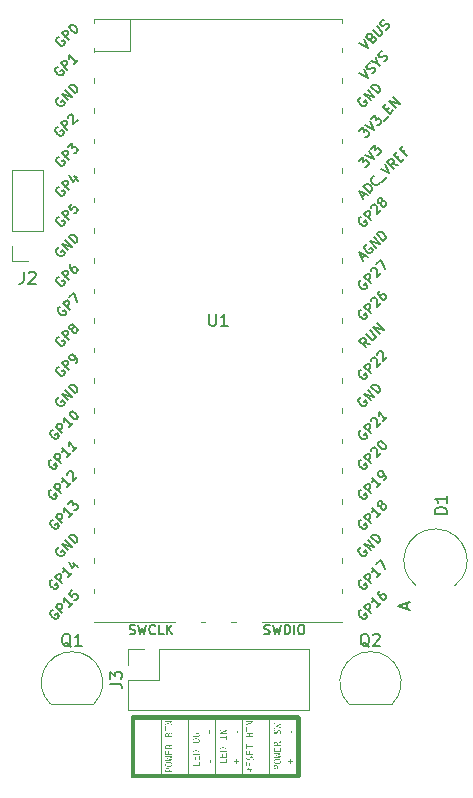
<source format=gbr>
%TF.GenerationSoftware,KiCad,Pcbnew,7.0.10+dfsg-1*%
%TF.CreationDate,2024-01-21T16:37:02+01:00*%
%TF.ProjectId,picoswitch,7069636f-7377-4697-9463-682e6b696361,rev?*%
%TF.SameCoordinates,Original*%
%TF.FileFunction,Legend,Top*%
%TF.FilePolarity,Positive*%
%FSLAX46Y46*%
G04 Gerber Fmt 4.6, Leading zero omitted, Abs format (unit mm)*
G04 Created by KiCad (PCBNEW 7.0.10+dfsg-1) date 2024-01-21 16:37:02*
%MOMM*%
%LPD*%
G01*
G04 APERTURE LIST*
%ADD10C,0.150000*%
%ADD11C,0.120000*%
G04 APERTURE END LIST*
D10*
X134454819Y-115603333D02*
X135169104Y-115603333D01*
X135169104Y-115603333D02*
X135311961Y-115650952D01*
X135311961Y-115650952D02*
X135407200Y-115746190D01*
X135407200Y-115746190D02*
X135454819Y-115889047D01*
X135454819Y-115889047D02*
X135454819Y-115984285D01*
X134454819Y-115222380D02*
X134454819Y-114603333D01*
X134454819Y-114603333D02*
X134835771Y-114936666D01*
X134835771Y-114936666D02*
X134835771Y-114793809D01*
X134835771Y-114793809D02*
X134883390Y-114698571D01*
X134883390Y-114698571D02*
X134931009Y-114650952D01*
X134931009Y-114650952D02*
X135026247Y-114603333D01*
X135026247Y-114603333D02*
X135264342Y-114603333D01*
X135264342Y-114603333D02*
X135359580Y-114650952D01*
X135359580Y-114650952D02*
X135407200Y-114698571D01*
X135407200Y-114698571D02*
X135454819Y-114793809D01*
X135454819Y-114793809D02*
X135454819Y-115079523D01*
X135454819Y-115079523D02*
X135407200Y-115174761D01*
X135407200Y-115174761D02*
X135359580Y-115222380D01*
X127141666Y-80749819D02*
X127141666Y-81464104D01*
X127141666Y-81464104D02*
X127094047Y-81606961D01*
X127094047Y-81606961D02*
X126998809Y-81702200D01*
X126998809Y-81702200D02*
X126855952Y-81749819D01*
X126855952Y-81749819D02*
X126760714Y-81749819D01*
X127570238Y-80845057D02*
X127617857Y-80797438D01*
X127617857Y-80797438D02*
X127713095Y-80749819D01*
X127713095Y-80749819D02*
X127951190Y-80749819D01*
X127951190Y-80749819D02*
X128046428Y-80797438D01*
X128046428Y-80797438D02*
X128094047Y-80845057D01*
X128094047Y-80845057D02*
X128141666Y-80940295D01*
X128141666Y-80940295D02*
X128141666Y-81035533D01*
X128141666Y-81035533D02*
X128094047Y-81178390D01*
X128094047Y-81178390D02*
X127522619Y-81749819D01*
X127522619Y-81749819D02*
X128141666Y-81749819D01*
X142848095Y-84324819D02*
X142848095Y-85134342D01*
X142848095Y-85134342D02*
X142895714Y-85229580D01*
X142895714Y-85229580D02*
X142943333Y-85277200D01*
X142943333Y-85277200D02*
X143038571Y-85324819D01*
X143038571Y-85324819D02*
X143229047Y-85324819D01*
X143229047Y-85324819D02*
X143324285Y-85277200D01*
X143324285Y-85277200D02*
X143371904Y-85229580D01*
X143371904Y-85229580D02*
X143419523Y-85134342D01*
X143419523Y-85134342D02*
X143419523Y-84324819D01*
X144419523Y-85324819D02*
X143848095Y-85324819D01*
X144133809Y-85324819D02*
X144133809Y-84324819D01*
X144133809Y-84324819D02*
X144038571Y-84467676D01*
X144038571Y-84467676D02*
X143943333Y-84562914D01*
X143943333Y-84562914D02*
X143848095Y-84610533D01*
X129453998Y-96690868D02*
X129373185Y-96717805D01*
X129373185Y-96717805D02*
X129292373Y-96798618D01*
X129292373Y-96798618D02*
X129238498Y-96906367D01*
X129238498Y-96906367D02*
X129238498Y-97014117D01*
X129238498Y-97014117D02*
X129265436Y-97094929D01*
X129265436Y-97094929D02*
X129346248Y-97229616D01*
X129346248Y-97229616D02*
X129427060Y-97310428D01*
X129427060Y-97310428D02*
X129561747Y-97391241D01*
X129561747Y-97391241D02*
X129642560Y-97418178D01*
X129642560Y-97418178D02*
X129750309Y-97418178D01*
X129750309Y-97418178D02*
X129858059Y-97364303D01*
X129858059Y-97364303D02*
X129911934Y-97310428D01*
X129911934Y-97310428D02*
X129965808Y-97202679D01*
X129965808Y-97202679D02*
X129965808Y-97148804D01*
X129965808Y-97148804D02*
X129777247Y-96960242D01*
X129777247Y-96960242D02*
X129669497Y-97067992D01*
X130262120Y-96960242D02*
X129696434Y-96394557D01*
X129696434Y-96394557D02*
X129911934Y-96179057D01*
X129911934Y-96179057D02*
X129992746Y-96152120D01*
X129992746Y-96152120D02*
X130046621Y-96152120D01*
X130046621Y-96152120D02*
X130127433Y-96179057D01*
X130127433Y-96179057D02*
X130208245Y-96259870D01*
X130208245Y-96259870D02*
X130235182Y-96340682D01*
X130235182Y-96340682D02*
X130235182Y-96394557D01*
X130235182Y-96394557D02*
X130208245Y-96475369D01*
X130208245Y-96475369D02*
X129992746Y-96690868D01*
X131124117Y-96098245D02*
X130800868Y-96421494D01*
X130962492Y-96259870D02*
X130396807Y-95694184D01*
X130396807Y-95694184D02*
X130423744Y-95828871D01*
X130423744Y-95828871D02*
X130423744Y-95936621D01*
X130423744Y-95936621D02*
X130396807Y-96017433D01*
X131662865Y-95559497D02*
X131339616Y-95882746D01*
X131501240Y-95721121D02*
X130935555Y-95155436D01*
X130935555Y-95155436D02*
X130962492Y-95290123D01*
X130962492Y-95290123D02*
X130962492Y-95397873D01*
X130962492Y-95397873D02*
X130935555Y-95478685D01*
X130096435Y-104068431D02*
X130015623Y-104095368D01*
X130015623Y-104095368D02*
X129934811Y-104176180D01*
X129934811Y-104176180D02*
X129880936Y-104283930D01*
X129880936Y-104283930D02*
X129880936Y-104391680D01*
X129880936Y-104391680D02*
X129907873Y-104472492D01*
X129907873Y-104472492D02*
X129988685Y-104607179D01*
X129988685Y-104607179D02*
X130069498Y-104687991D01*
X130069498Y-104687991D02*
X130204185Y-104768803D01*
X130204185Y-104768803D02*
X130284997Y-104795741D01*
X130284997Y-104795741D02*
X130392746Y-104795741D01*
X130392746Y-104795741D02*
X130500496Y-104741866D01*
X130500496Y-104741866D02*
X130554371Y-104687991D01*
X130554371Y-104687991D02*
X130608246Y-104580241D01*
X130608246Y-104580241D02*
X130608246Y-104526367D01*
X130608246Y-104526367D02*
X130419684Y-104337805D01*
X130419684Y-104337805D02*
X130311934Y-104445554D01*
X130904557Y-104337805D02*
X130338872Y-103772119D01*
X130338872Y-103772119D02*
X131227806Y-104014556D01*
X131227806Y-104014556D02*
X130662120Y-103448871D01*
X131497180Y-103745182D02*
X130931494Y-103179497D01*
X130931494Y-103179497D02*
X131066181Y-103044810D01*
X131066181Y-103044810D02*
X131173931Y-102990935D01*
X131173931Y-102990935D02*
X131281680Y-102990935D01*
X131281680Y-102990935D02*
X131362493Y-103017872D01*
X131362493Y-103017872D02*
X131497180Y-103098685D01*
X131497180Y-103098685D02*
X131577992Y-103179497D01*
X131577992Y-103179497D02*
X131658804Y-103314184D01*
X131658804Y-103314184D02*
X131685741Y-103394996D01*
X131685741Y-103394996D02*
X131685741Y-103502746D01*
X131685741Y-103502746D02*
X131631867Y-103610495D01*
X131631867Y-103610495D02*
X131497180Y-103745182D01*
X129453998Y-99230868D02*
X129373185Y-99257805D01*
X129373185Y-99257805D02*
X129292373Y-99338618D01*
X129292373Y-99338618D02*
X129238498Y-99446367D01*
X129238498Y-99446367D02*
X129238498Y-99554117D01*
X129238498Y-99554117D02*
X129265436Y-99634929D01*
X129265436Y-99634929D02*
X129346248Y-99769616D01*
X129346248Y-99769616D02*
X129427060Y-99850428D01*
X129427060Y-99850428D02*
X129561747Y-99931241D01*
X129561747Y-99931241D02*
X129642560Y-99958178D01*
X129642560Y-99958178D02*
X129750309Y-99958178D01*
X129750309Y-99958178D02*
X129858059Y-99904303D01*
X129858059Y-99904303D02*
X129911934Y-99850428D01*
X129911934Y-99850428D02*
X129965808Y-99742679D01*
X129965808Y-99742679D02*
X129965808Y-99688804D01*
X129965808Y-99688804D02*
X129777247Y-99500242D01*
X129777247Y-99500242D02*
X129669497Y-99607992D01*
X130262120Y-99500242D02*
X129696434Y-98934557D01*
X129696434Y-98934557D02*
X129911934Y-98719057D01*
X129911934Y-98719057D02*
X129992746Y-98692120D01*
X129992746Y-98692120D02*
X130046621Y-98692120D01*
X130046621Y-98692120D02*
X130127433Y-98719057D01*
X130127433Y-98719057D02*
X130208245Y-98799870D01*
X130208245Y-98799870D02*
X130235182Y-98880682D01*
X130235182Y-98880682D02*
X130235182Y-98934557D01*
X130235182Y-98934557D02*
X130208245Y-99015369D01*
X130208245Y-99015369D02*
X129992746Y-99230868D01*
X131124117Y-98638245D02*
X130800868Y-98961494D01*
X130962492Y-98799870D02*
X130396807Y-98234184D01*
X130396807Y-98234184D02*
X130423744Y-98368871D01*
X130423744Y-98368871D02*
X130423744Y-98476621D01*
X130423744Y-98476621D02*
X130396807Y-98557433D01*
X130827805Y-97910935D02*
X130827805Y-97857060D01*
X130827805Y-97857060D02*
X130854743Y-97776248D01*
X130854743Y-97776248D02*
X130989430Y-97641561D01*
X130989430Y-97641561D02*
X131070242Y-97614624D01*
X131070242Y-97614624D02*
X131124117Y-97614624D01*
X131124117Y-97614624D02*
X131204929Y-97641561D01*
X131204929Y-97641561D02*
X131258804Y-97695436D01*
X131258804Y-97695436D02*
X131312679Y-97803186D01*
X131312679Y-97803186D02*
X131312679Y-98449683D01*
X131312679Y-98449683D02*
X131662865Y-98099497D01*
X155707998Y-101770868D02*
X155627185Y-101797805D01*
X155627185Y-101797805D02*
X155546373Y-101878618D01*
X155546373Y-101878618D02*
X155492498Y-101986367D01*
X155492498Y-101986367D02*
X155492498Y-102094117D01*
X155492498Y-102094117D02*
X155519436Y-102174929D01*
X155519436Y-102174929D02*
X155600248Y-102309616D01*
X155600248Y-102309616D02*
X155681060Y-102390428D01*
X155681060Y-102390428D02*
X155815747Y-102471241D01*
X155815747Y-102471241D02*
X155896560Y-102498178D01*
X155896560Y-102498178D02*
X156004309Y-102498178D01*
X156004309Y-102498178D02*
X156112059Y-102444303D01*
X156112059Y-102444303D02*
X156165934Y-102390428D01*
X156165934Y-102390428D02*
X156219808Y-102282679D01*
X156219808Y-102282679D02*
X156219808Y-102228804D01*
X156219808Y-102228804D02*
X156031247Y-102040242D01*
X156031247Y-102040242D02*
X155923497Y-102147992D01*
X156516120Y-102040242D02*
X155950434Y-101474557D01*
X155950434Y-101474557D02*
X156165934Y-101259057D01*
X156165934Y-101259057D02*
X156246746Y-101232120D01*
X156246746Y-101232120D02*
X156300621Y-101232120D01*
X156300621Y-101232120D02*
X156381433Y-101259057D01*
X156381433Y-101259057D02*
X156462245Y-101339870D01*
X156462245Y-101339870D02*
X156489182Y-101420682D01*
X156489182Y-101420682D02*
X156489182Y-101474557D01*
X156489182Y-101474557D02*
X156462245Y-101555369D01*
X156462245Y-101555369D02*
X156246746Y-101770868D01*
X157378117Y-101178245D02*
X157054868Y-101501494D01*
X157216492Y-101339870D02*
X156650807Y-100774184D01*
X156650807Y-100774184D02*
X156677744Y-100908871D01*
X156677744Y-100908871D02*
X156677744Y-101016621D01*
X156677744Y-101016621D02*
X156650807Y-101097433D01*
X157378117Y-100531747D02*
X157297305Y-100558685D01*
X157297305Y-100558685D02*
X157243430Y-100558685D01*
X157243430Y-100558685D02*
X157162618Y-100531747D01*
X157162618Y-100531747D02*
X157135680Y-100504810D01*
X157135680Y-100504810D02*
X157108743Y-100423998D01*
X157108743Y-100423998D02*
X157108743Y-100370123D01*
X157108743Y-100370123D02*
X157135680Y-100289311D01*
X157135680Y-100289311D02*
X157243430Y-100181561D01*
X157243430Y-100181561D02*
X157324242Y-100154624D01*
X157324242Y-100154624D02*
X157378117Y-100154624D01*
X157378117Y-100154624D02*
X157458929Y-100181561D01*
X157458929Y-100181561D02*
X157485866Y-100208499D01*
X157485866Y-100208499D02*
X157512804Y-100289311D01*
X157512804Y-100289311D02*
X157512804Y-100343186D01*
X157512804Y-100343186D02*
X157485866Y-100423998D01*
X157485866Y-100423998D02*
X157378117Y-100531747D01*
X157378117Y-100531747D02*
X157351179Y-100612560D01*
X157351179Y-100612560D02*
X157351179Y-100666434D01*
X157351179Y-100666434D02*
X157378117Y-100747247D01*
X157378117Y-100747247D02*
X157485866Y-100854996D01*
X157485866Y-100854996D02*
X157566679Y-100881934D01*
X157566679Y-100881934D02*
X157620553Y-100881934D01*
X157620553Y-100881934D02*
X157701366Y-100854996D01*
X157701366Y-100854996D02*
X157809115Y-100747247D01*
X157809115Y-100747247D02*
X157836053Y-100666434D01*
X157836053Y-100666434D02*
X157836053Y-100612560D01*
X157836053Y-100612560D02*
X157809115Y-100531747D01*
X157809115Y-100531747D02*
X157701366Y-100423998D01*
X157701366Y-100423998D02*
X157620553Y-100397060D01*
X157620553Y-100397060D02*
X157566679Y-100397060D01*
X157566679Y-100397060D02*
X157485866Y-100423998D01*
X129599998Y-109390868D02*
X129519185Y-109417805D01*
X129519185Y-109417805D02*
X129438373Y-109498618D01*
X129438373Y-109498618D02*
X129384498Y-109606367D01*
X129384498Y-109606367D02*
X129384498Y-109714117D01*
X129384498Y-109714117D02*
X129411436Y-109794929D01*
X129411436Y-109794929D02*
X129492248Y-109929616D01*
X129492248Y-109929616D02*
X129573060Y-110010428D01*
X129573060Y-110010428D02*
X129707747Y-110091241D01*
X129707747Y-110091241D02*
X129788560Y-110118178D01*
X129788560Y-110118178D02*
X129896309Y-110118178D01*
X129896309Y-110118178D02*
X130004059Y-110064303D01*
X130004059Y-110064303D02*
X130057934Y-110010428D01*
X130057934Y-110010428D02*
X130111808Y-109902679D01*
X130111808Y-109902679D02*
X130111808Y-109848804D01*
X130111808Y-109848804D02*
X129923247Y-109660242D01*
X129923247Y-109660242D02*
X129815497Y-109767992D01*
X130408120Y-109660242D02*
X129842434Y-109094557D01*
X129842434Y-109094557D02*
X130057934Y-108879057D01*
X130057934Y-108879057D02*
X130138746Y-108852120D01*
X130138746Y-108852120D02*
X130192621Y-108852120D01*
X130192621Y-108852120D02*
X130273433Y-108879057D01*
X130273433Y-108879057D02*
X130354245Y-108959870D01*
X130354245Y-108959870D02*
X130381182Y-109040682D01*
X130381182Y-109040682D02*
X130381182Y-109094557D01*
X130381182Y-109094557D02*
X130354245Y-109175369D01*
X130354245Y-109175369D02*
X130138746Y-109390868D01*
X131270117Y-108798245D02*
X130946868Y-109121494D01*
X131108492Y-108959870D02*
X130542807Y-108394184D01*
X130542807Y-108394184D02*
X130569744Y-108528871D01*
X130569744Y-108528871D02*
X130569744Y-108636621D01*
X130569744Y-108636621D02*
X130542807Y-108717433D01*
X131216242Y-107720749D02*
X130946868Y-107990123D01*
X130946868Y-107990123D02*
X131189305Y-108286434D01*
X131189305Y-108286434D02*
X131189305Y-108232560D01*
X131189305Y-108232560D02*
X131216242Y-108151747D01*
X131216242Y-108151747D02*
X131350929Y-108017060D01*
X131350929Y-108017060D02*
X131431741Y-107990123D01*
X131431741Y-107990123D02*
X131485616Y-107990123D01*
X131485616Y-107990123D02*
X131566428Y-108017060D01*
X131566428Y-108017060D02*
X131701115Y-108151747D01*
X131701115Y-108151747D02*
X131728053Y-108232560D01*
X131728053Y-108232560D02*
X131728053Y-108286434D01*
X131728053Y-108286434D02*
X131701115Y-108367247D01*
X131701115Y-108367247D02*
X131566428Y-108501934D01*
X131566428Y-108501934D02*
X131485616Y-108528871D01*
X131485616Y-108528871D02*
X131431741Y-108528871D01*
X155707998Y-96690868D02*
X155627185Y-96717805D01*
X155627185Y-96717805D02*
X155546373Y-96798618D01*
X155546373Y-96798618D02*
X155492498Y-96906367D01*
X155492498Y-96906367D02*
X155492498Y-97014117D01*
X155492498Y-97014117D02*
X155519436Y-97094929D01*
X155519436Y-97094929D02*
X155600248Y-97229616D01*
X155600248Y-97229616D02*
X155681060Y-97310428D01*
X155681060Y-97310428D02*
X155815747Y-97391241D01*
X155815747Y-97391241D02*
X155896560Y-97418178D01*
X155896560Y-97418178D02*
X156004309Y-97418178D01*
X156004309Y-97418178D02*
X156112059Y-97364303D01*
X156112059Y-97364303D02*
X156165934Y-97310428D01*
X156165934Y-97310428D02*
X156219808Y-97202679D01*
X156219808Y-97202679D02*
X156219808Y-97148804D01*
X156219808Y-97148804D02*
X156031247Y-96960242D01*
X156031247Y-96960242D02*
X155923497Y-97067992D01*
X156516120Y-96960242D02*
X155950434Y-96394557D01*
X155950434Y-96394557D02*
X156165934Y-96179057D01*
X156165934Y-96179057D02*
X156246746Y-96152120D01*
X156246746Y-96152120D02*
X156300621Y-96152120D01*
X156300621Y-96152120D02*
X156381433Y-96179057D01*
X156381433Y-96179057D02*
X156462245Y-96259870D01*
X156462245Y-96259870D02*
X156489182Y-96340682D01*
X156489182Y-96340682D02*
X156489182Y-96394557D01*
X156489182Y-96394557D02*
X156462245Y-96475369D01*
X156462245Y-96475369D02*
X156246746Y-96690868D01*
X156543057Y-95909683D02*
X156543057Y-95855809D01*
X156543057Y-95855809D02*
X156569995Y-95774996D01*
X156569995Y-95774996D02*
X156704682Y-95640309D01*
X156704682Y-95640309D02*
X156785494Y-95613372D01*
X156785494Y-95613372D02*
X156839369Y-95613372D01*
X156839369Y-95613372D02*
X156920181Y-95640309D01*
X156920181Y-95640309D02*
X156974056Y-95694184D01*
X156974056Y-95694184D02*
X157027930Y-95801934D01*
X157027930Y-95801934D02*
X157027930Y-96448431D01*
X157027930Y-96448431D02*
X157378117Y-96098245D01*
X157162618Y-95182373D02*
X157216492Y-95128499D01*
X157216492Y-95128499D02*
X157297305Y-95101561D01*
X157297305Y-95101561D02*
X157351179Y-95101561D01*
X157351179Y-95101561D02*
X157431992Y-95128499D01*
X157431992Y-95128499D02*
X157566679Y-95209311D01*
X157566679Y-95209311D02*
X157701366Y-95343998D01*
X157701366Y-95343998D02*
X157782178Y-95478685D01*
X157782178Y-95478685D02*
X157809115Y-95559497D01*
X157809115Y-95559497D02*
X157809115Y-95613372D01*
X157809115Y-95613372D02*
X157782178Y-95694184D01*
X157782178Y-95694184D02*
X157728303Y-95748059D01*
X157728303Y-95748059D02*
X157647491Y-95774996D01*
X157647491Y-95774996D02*
X157593616Y-95774996D01*
X157593616Y-95774996D02*
X157512804Y-95748059D01*
X157512804Y-95748059D02*
X157378117Y-95667247D01*
X157378117Y-95667247D02*
X157243430Y-95532560D01*
X157243430Y-95532560D02*
X157162618Y-95397873D01*
X157162618Y-95397873D02*
X157135680Y-95317060D01*
X157135680Y-95317060D02*
X157135680Y-95263186D01*
X157135680Y-95263186D02*
X157162618Y-95182373D01*
X155765064Y-74404049D02*
X156034438Y-74134675D01*
X155872813Y-74619549D02*
X155495690Y-73865301D01*
X155495690Y-73865301D02*
X156249937Y-74242425D01*
X156438499Y-74053863D02*
X155872813Y-73488178D01*
X155872813Y-73488178D02*
X156007500Y-73353491D01*
X156007500Y-73353491D02*
X156115250Y-73299616D01*
X156115250Y-73299616D02*
X156222999Y-73299616D01*
X156222999Y-73299616D02*
X156303812Y-73326553D01*
X156303812Y-73326553D02*
X156438499Y-73407366D01*
X156438499Y-73407366D02*
X156519311Y-73488178D01*
X156519311Y-73488178D02*
X156600123Y-73622865D01*
X156600123Y-73622865D02*
X156627060Y-73703677D01*
X156627060Y-73703677D02*
X156627060Y-73811427D01*
X156627060Y-73811427D02*
X156573186Y-73919176D01*
X156573186Y-73919176D02*
X156438499Y-74053863D01*
X157273558Y-73111054D02*
X157273558Y-73164929D01*
X157273558Y-73164929D02*
X157219683Y-73272679D01*
X157219683Y-73272679D02*
X157165808Y-73326553D01*
X157165808Y-73326553D02*
X157058059Y-73380428D01*
X157058059Y-73380428D02*
X156950309Y-73380428D01*
X156950309Y-73380428D02*
X156869497Y-73353491D01*
X156869497Y-73353491D02*
X156734810Y-73272679D01*
X156734810Y-73272679D02*
X156653998Y-73191866D01*
X156653998Y-73191866D02*
X156573186Y-73057179D01*
X156573186Y-73057179D02*
X156546248Y-72976367D01*
X156546248Y-72976367D02*
X156546248Y-72868618D01*
X156546248Y-72868618D02*
X156600123Y-72760868D01*
X156600123Y-72760868D02*
X156653998Y-72706993D01*
X156653998Y-72706993D02*
X156761747Y-72653118D01*
X156761747Y-72653118D02*
X156815622Y-72653118D01*
X157489057Y-73111054D02*
X157920056Y-72680056D01*
X157354370Y-72006621D02*
X158108618Y-72383744D01*
X158108618Y-72383744D02*
X157731494Y-71629497D01*
X158808990Y-71683372D02*
X158351054Y-71602560D01*
X158485741Y-72006621D02*
X157920056Y-71440935D01*
X157920056Y-71440935D02*
X158135555Y-71225436D01*
X158135555Y-71225436D02*
X158216367Y-71198499D01*
X158216367Y-71198499D02*
X158270242Y-71198499D01*
X158270242Y-71198499D02*
X158351054Y-71225436D01*
X158351054Y-71225436D02*
X158431866Y-71306248D01*
X158431866Y-71306248D02*
X158458804Y-71387061D01*
X158458804Y-71387061D02*
X158458804Y-71440935D01*
X158458804Y-71440935D02*
X158431866Y-71521748D01*
X158431866Y-71521748D02*
X158216367Y-71737247D01*
X158755115Y-71144624D02*
X158943677Y-70956062D01*
X159320800Y-71171561D02*
X159051426Y-71440935D01*
X159051426Y-71440935D02*
X158485741Y-70875250D01*
X158485741Y-70875250D02*
X158755115Y-70605876D01*
X159455488Y-70444251D02*
X159266926Y-70632813D01*
X159563237Y-70929125D02*
X158997552Y-70363439D01*
X158997552Y-70363439D02*
X159266926Y-70094065D01*
X155563406Y-61397585D02*
X156317653Y-61774709D01*
X156317653Y-61774709D02*
X155940529Y-61020462D01*
X156587027Y-60912712D02*
X156694776Y-60858838D01*
X156694776Y-60858838D02*
X156748651Y-60858838D01*
X156748651Y-60858838D02*
X156829463Y-60885775D01*
X156829463Y-60885775D02*
X156910276Y-60966587D01*
X156910276Y-60966587D02*
X156937213Y-61047399D01*
X156937213Y-61047399D02*
X156937213Y-61101274D01*
X156937213Y-61101274D02*
X156910276Y-61182086D01*
X156910276Y-61182086D02*
X156694776Y-61397586D01*
X156694776Y-61397586D02*
X156129091Y-60831900D01*
X156129091Y-60831900D02*
X156317653Y-60643338D01*
X156317653Y-60643338D02*
X156398465Y-60616401D01*
X156398465Y-60616401D02*
X156452340Y-60616401D01*
X156452340Y-60616401D02*
X156533152Y-60643338D01*
X156533152Y-60643338D02*
X156587027Y-60697213D01*
X156587027Y-60697213D02*
X156613964Y-60778025D01*
X156613964Y-60778025D02*
X156613964Y-60831900D01*
X156613964Y-60831900D02*
X156587027Y-60912712D01*
X156587027Y-60912712D02*
X156398465Y-61101274D01*
X156694776Y-60266215D02*
X157152712Y-60724151D01*
X157152712Y-60724151D02*
X157233524Y-60751088D01*
X157233524Y-60751088D02*
X157287399Y-60751088D01*
X157287399Y-60751088D02*
X157368211Y-60724151D01*
X157368211Y-60724151D02*
X157475961Y-60616401D01*
X157475961Y-60616401D02*
X157502898Y-60535589D01*
X157502898Y-60535589D02*
X157502898Y-60481714D01*
X157502898Y-60481714D02*
X157475961Y-60400902D01*
X157475961Y-60400902D02*
X157018025Y-59942966D01*
X157799210Y-60239277D02*
X157906959Y-60185403D01*
X157906959Y-60185403D02*
X158041646Y-60050716D01*
X158041646Y-60050716D02*
X158068584Y-59969903D01*
X158068584Y-59969903D02*
X158068584Y-59916029D01*
X158068584Y-59916029D02*
X158041646Y-59835216D01*
X158041646Y-59835216D02*
X157987771Y-59781342D01*
X157987771Y-59781342D02*
X157906959Y-59754404D01*
X157906959Y-59754404D02*
X157853084Y-59754404D01*
X157853084Y-59754404D02*
X157772272Y-59781342D01*
X157772272Y-59781342D02*
X157637585Y-59862154D01*
X157637585Y-59862154D02*
X157556773Y-59889091D01*
X157556773Y-59889091D02*
X157502898Y-59889091D01*
X157502898Y-59889091D02*
X157422086Y-59862154D01*
X157422086Y-59862154D02*
X157368211Y-59808279D01*
X157368211Y-59808279D02*
X157341274Y-59727467D01*
X157341274Y-59727467D02*
X157341274Y-59673592D01*
X157341274Y-59673592D02*
X157368211Y-59592780D01*
X157368211Y-59592780D02*
X157502898Y-59458093D01*
X157502898Y-59458093D02*
X157610648Y-59404218D01*
X130123372Y-81181494D02*
X130042560Y-81208431D01*
X130042560Y-81208431D02*
X129961748Y-81289243D01*
X129961748Y-81289243D02*
X129907873Y-81396993D01*
X129907873Y-81396993D02*
X129907873Y-81504742D01*
X129907873Y-81504742D02*
X129934810Y-81585555D01*
X129934810Y-81585555D02*
X130015623Y-81720242D01*
X130015623Y-81720242D02*
X130096435Y-81801054D01*
X130096435Y-81801054D02*
X130231122Y-81881866D01*
X130231122Y-81881866D02*
X130311934Y-81908803D01*
X130311934Y-81908803D02*
X130419684Y-81908803D01*
X130419684Y-81908803D02*
X130527433Y-81854929D01*
X130527433Y-81854929D02*
X130581308Y-81801054D01*
X130581308Y-81801054D02*
X130635183Y-81693304D01*
X130635183Y-81693304D02*
X130635183Y-81639429D01*
X130635183Y-81639429D02*
X130446621Y-81450868D01*
X130446621Y-81450868D02*
X130338871Y-81558617D01*
X130931494Y-81450868D02*
X130365809Y-80885182D01*
X130365809Y-80885182D02*
X130581308Y-80669683D01*
X130581308Y-80669683D02*
X130662120Y-80642746D01*
X130662120Y-80642746D02*
X130715995Y-80642746D01*
X130715995Y-80642746D02*
X130796807Y-80669683D01*
X130796807Y-80669683D02*
X130877619Y-80750495D01*
X130877619Y-80750495D02*
X130904557Y-80831307D01*
X130904557Y-80831307D02*
X130904557Y-80885182D01*
X130904557Y-80885182D02*
X130877619Y-80965994D01*
X130877619Y-80965994D02*
X130662120Y-81181494D01*
X131173931Y-80077060D02*
X131066181Y-80184810D01*
X131066181Y-80184810D02*
X131039244Y-80265622D01*
X131039244Y-80265622D02*
X131039244Y-80319497D01*
X131039244Y-80319497D02*
X131066181Y-80454184D01*
X131066181Y-80454184D02*
X131146993Y-80588871D01*
X131146993Y-80588871D02*
X131362493Y-80804370D01*
X131362493Y-80804370D02*
X131443305Y-80831307D01*
X131443305Y-80831307D02*
X131497180Y-80831307D01*
X131497180Y-80831307D02*
X131577992Y-80804370D01*
X131577992Y-80804370D02*
X131685741Y-80696620D01*
X131685741Y-80696620D02*
X131712679Y-80615808D01*
X131712679Y-80615808D02*
X131712679Y-80561933D01*
X131712679Y-80561933D02*
X131685741Y-80481121D01*
X131685741Y-80481121D02*
X131551054Y-80346434D01*
X131551054Y-80346434D02*
X131470242Y-80319497D01*
X131470242Y-80319497D02*
X131416367Y-80319497D01*
X131416367Y-80319497D02*
X131335555Y-80346434D01*
X131335555Y-80346434D02*
X131227806Y-80454184D01*
X131227806Y-80454184D02*
X131200868Y-80534996D01*
X131200868Y-80534996D02*
X131200868Y-80588871D01*
X131200868Y-80588871D02*
X131227806Y-80669683D01*
X155532407Y-68828584D02*
X155882593Y-68478398D01*
X155882593Y-68478398D02*
X155909531Y-68882459D01*
X155909531Y-68882459D02*
X155990343Y-68801646D01*
X155990343Y-68801646D02*
X156071155Y-68774709D01*
X156071155Y-68774709D02*
X156125030Y-68774709D01*
X156125030Y-68774709D02*
X156205842Y-68801646D01*
X156205842Y-68801646D02*
X156340529Y-68936333D01*
X156340529Y-68936333D02*
X156367467Y-69017146D01*
X156367467Y-69017146D02*
X156367467Y-69071020D01*
X156367467Y-69071020D02*
X156340529Y-69151833D01*
X156340529Y-69151833D02*
X156178905Y-69313457D01*
X156178905Y-69313457D02*
X156098093Y-69340394D01*
X156098093Y-69340394D02*
X156044218Y-69340394D01*
X156044218Y-68316773D02*
X156798465Y-68693897D01*
X156798465Y-68693897D02*
X156421342Y-67939649D01*
X156556028Y-67804963D02*
X156906215Y-67454776D01*
X156906215Y-67454776D02*
X156933152Y-67858837D01*
X156933152Y-67858837D02*
X157013964Y-67778025D01*
X157013964Y-67778025D02*
X157094776Y-67751088D01*
X157094776Y-67751088D02*
X157148651Y-67751088D01*
X157148651Y-67751088D02*
X157229464Y-67778025D01*
X157229464Y-67778025D02*
X157364151Y-67912712D01*
X157364151Y-67912712D02*
X157391088Y-67993524D01*
X157391088Y-67993524D02*
X157391088Y-68047399D01*
X157391088Y-68047399D02*
X157364151Y-68128211D01*
X157364151Y-68128211D02*
X157202526Y-68289836D01*
X157202526Y-68289836D02*
X157121714Y-68316773D01*
X157121714Y-68316773D02*
X157067839Y-68316773D01*
X157633525Y-67966587D02*
X158064523Y-67535588D01*
X157849024Y-67050715D02*
X158037586Y-66862153D01*
X158414709Y-67077652D02*
X158145335Y-67347026D01*
X158145335Y-67347026D02*
X157579650Y-66781341D01*
X157579650Y-66781341D02*
X157849024Y-66511967D01*
X158657146Y-66835215D02*
X158091461Y-66269530D01*
X158091461Y-66269530D02*
X158980395Y-66511967D01*
X158980395Y-66511967D02*
X158414710Y-65946281D01*
X129599998Y-94150868D02*
X129519185Y-94177805D01*
X129519185Y-94177805D02*
X129438373Y-94258618D01*
X129438373Y-94258618D02*
X129384498Y-94366367D01*
X129384498Y-94366367D02*
X129384498Y-94474117D01*
X129384498Y-94474117D02*
X129411436Y-94554929D01*
X129411436Y-94554929D02*
X129492248Y-94689616D01*
X129492248Y-94689616D02*
X129573060Y-94770428D01*
X129573060Y-94770428D02*
X129707747Y-94851241D01*
X129707747Y-94851241D02*
X129788560Y-94878178D01*
X129788560Y-94878178D02*
X129896309Y-94878178D01*
X129896309Y-94878178D02*
X130004059Y-94824303D01*
X130004059Y-94824303D02*
X130057934Y-94770428D01*
X130057934Y-94770428D02*
X130111808Y-94662679D01*
X130111808Y-94662679D02*
X130111808Y-94608804D01*
X130111808Y-94608804D02*
X129923247Y-94420242D01*
X129923247Y-94420242D02*
X129815497Y-94527992D01*
X130408120Y-94420242D02*
X129842434Y-93854557D01*
X129842434Y-93854557D02*
X130057934Y-93639057D01*
X130057934Y-93639057D02*
X130138746Y-93612120D01*
X130138746Y-93612120D02*
X130192621Y-93612120D01*
X130192621Y-93612120D02*
X130273433Y-93639057D01*
X130273433Y-93639057D02*
X130354245Y-93719870D01*
X130354245Y-93719870D02*
X130381182Y-93800682D01*
X130381182Y-93800682D02*
X130381182Y-93854557D01*
X130381182Y-93854557D02*
X130354245Y-93935369D01*
X130354245Y-93935369D02*
X130138746Y-94150868D01*
X131270117Y-93558245D02*
X130946868Y-93881494D01*
X131108492Y-93719870D02*
X130542807Y-93154184D01*
X130542807Y-93154184D02*
X130569744Y-93288871D01*
X130569744Y-93288871D02*
X130569744Y-93396621D01*
X130569744Y-93396621D02*
X130542807Y-93477433D01*
X131054618Y-92642373D02*
X131108492Y-92588499D01*
X131108492Y-92588499D02*
X131189305Y-92561561D01*
X131189305Y-92561561D02*
X131243179Y-92561561D01*
X131243179Y-92561561D02*
X131323992Y-92588499D01*
X131323992Y-92588499D02*
X131458679Y-92669311D01*
X131458679Y-92669311D02*
X131593366Y-92803998D01*
X131593366Y-92803998D02*
X131674178Y-92938685D01*
X131674178Y-92938685D02*
X131701115Y-93019497D01*
X131701115Y-93019497D02*
X131701115Y-93073372D01*
X131701115Y-93073372D02*
X131674178Y-93154184D01*
X131674178Y-93154184D02*
X131620303Y-93208059D01*
X131620303Y-93208059D02*
X131539491Y-93234996D01*
X131539491Y-93234996D02*
X131485616Y-93234996D01*
X131485616Y-93234996D02*
X131404804Y-93208059D01*
X131404804Y-93208059D02*
X131270117Y-93127247D01*
X131270117Y-93127247D02*
X131135430Y-92992560D01*
X131135430Y-92992560D02*
X131054618Y-92857873D01*
X131054618Y-92857873D02*
X131027680Y-92777060D01*
X131027680Y-92777060D02*
X131027680Y-92723186D01*
X131027680Y-92723186D02*
X131054618Y-92642373D01*
X130123372Y-86261494D02*
X130042560Y-86288431D01*
X130042560Y-86288431D02*
X129961748Y-86369243D01*
X129961748Y-86369243D02*
X129907873Y-86476993D01*
X129907873Y-86476993D02*
X129907873Y-86584742D01*
X129907873Y-86584742D02*
X129934810Y-86665555D01*
X129934810Y-86665555D02*
X130015623Y-86800242D01*
X130015623Y-86800242D02*
X130096435Y-86881054D01*
X130096435Y-86881054D02*
X130231122Y-86961866D01*
X130231122Y-86961866D02*
X130311934Y-86988803D01*
X130311934Y-86988803D02*
X130419684Y-86988803D01*
X130419684Y-86988803D02*
X130527433Y-86934929D01*
X130527433Y-86934929D02*
X130581308Y-86881054D01*
X130581308Y-86881054D02*
X130635183Y-86773304D01*
X130635183Y-86773304D02*
X130635183Y-86719429D01*
X130635183Y-86719429D02*
X130446621Y-86530868D01*
X130446621Y-86530868D02*
X130338871Y-86638617D01*
X130931494Y-86530868D02*
X130365809Y-85965182D01*
X130365809Y-85965182D02*
X130581308Y-85749683D01*
X130581308Y-85749683D02*
X130662120Y-85722746D01*
X130662120Y-85722746D02*
X130715995Y-85722746D01*
X130715995Y-85722746D02*
X130796807Y-85749683D01*
X130796807Y-85749683D02*
X130877619Y-85830495D01*
X130877619Y-85830495D02*
X130904557Y-85911307D01*
X130904557Y-85911307D02*
X130904557Y-85965182D01*
X130904557Y-85965182D02*
X130877619Y-86045994D01*
X130877619Y-86045994D02*
X130662120Y-86261494D01*
X131254743Y-85561121D02*
X131173931Y-85588059D01*
X131173931Y-85588059D02*
X131120056Y-85588059D01*
X131120056Y-85588059D02*
X131039244Y-85561121D01*
X131039244Y-85561121D02*
X131012306Y-85534184D01*
X131012306Y-85534184D02*
X130985369Y-85453372D01*
X130985369Y-85453372D02*
X130985369Y-85399497D01*
X130985369Y-85399497D02*
X131012306Y-85318685D01*
X131012306Y-85318685D02*
X131120056Y-85210935D01*
X131120056Y-85210935D02*
X131200868Y-85183998D01*
X131200868Y-85183998D02*
X131254743Y-85183998D01*
X131254743Y-85183998D02*
X131335555Y-85210935D01*
X131335555Y-85210935D02*
X131362493Y-85237872D01*
X131362493Y-85237872D02*
X131389430Y-85318685D01*
X131389430Y-85318685D02*
X131389430Y-85372559D01*
X131389430Y-85372559D02*
X131362493Y-85453372D01*
X131362493Y-85453372D02*
X131254743Y-85561121D01*
X131254743Y-85561121D02*
X131227806Y-85641933D01*
X131227806Y-85641933D02*
X131227806Y-85695808D01*
X131227806Y-85695808D02*
X131254743Y-85776620D01*
X131254743Y-85776620D02*
X131362493Y-85884370D01*
X131362493Y-85884370D02*
X131443305Y-85911307D01*
X131443305Y-85911307D02*
X131497180Y-85911307D01*
X131497180Y-85911307D02*
X131577992Y-85884370D01*
X131577992Y-85884370D02*
X131685741Y-85776620D01*
X131685741Y-85776620D02*
X131712679Y-85695808D01*
X131712679Y-85695808D02*
X131712679Y-85641933D01*
X131712679Y-85641933D02*
X131685741Y-85561121D01*
X131685741Y-85561121D02*
X131577992Y-85453372D01*
X131577992Y-85453372D02*
X131497180Y-85426434D01*
X131497180Y-85426434D02*
X131443305Y-85426434D01*
X131443305Y-85426434D02*
X131362493Y-85453372D01*
X130096435Y-91368431D02*
X130015623Y-91395368D01*
X130015623Y-91395368D02*
X129934811Y-91476180D01*
X129934811Y-91476180D02*
X129880936Y-91583930D01*
X129880936Y-91583930D02*
X129880936Y-91691680D01*
X129880936Y-91691680D02*
X129907873Y-91772492D01*
X129907873Y-91772492D02*
X129988685Y-91907179D01*
X129988685Y-91907179D02*
X130069498Y-91987991D01*
X130069498Y-91987991D02*
X130204185Y-92068803D01*
X130204185Y-92068803D02*
X130284997Y-92095741D01*
X130284997Y-92095741D02*
X130392746Y-92095741D01*
X130392746Y-92095741D02*
X130500496Y-92041866D01*
X130500496Y-92041866D02*
X130554371Y-91987991D01*
X130554371Y-91987991D02*
X130608246Y-91880241D01*
X130608246Y-91880241D02*
X130608246Y-91826367D01*
X130608246Y-91826367D02*
X130419684Y-91637805D01*
X130419684Y-91637805D02*
X130311934Y-91745554D01*
X130904557Y-91637805D02*
X130338872Y-91072119D01*
X130338872Y-91072119D02*
X131227806Y-91314556D01*
X131227806Y-91314556D02*
X130662120Y-90748871D01*
X131497180Y-91045182D02*
X130931494Y-90479497D01*
X130931494Y-90479497D02*
X131066181Y-90344810D01*
X131066181Y-90344810D02*
X131173931Y-90290935D01*
X131173931Y-90290935D02*
X131281680Y-90290935D01*
X131281680Y-90290935D02*
X131362493Y-90317872D01*
X131362493Y-90317872D02*
X131497180Y-90398685D01*
X131497180Y-90398685D02*
X131577992Y-90479497D01*
X131577992Y-90479497D02*
X131658804Y-90614184D01*
X131658804Y-90614184D02*
X131685741Y-90694996D01*
X131685741Y-90694996D02*
X131685741Y-90802746D01*
X131685741Y-90802746D02*
X131631867Y-90910495D01*
X131631867Y-90910495D02*
X131497180Y-91045182D01*
X129553998Y-106850868D02*
X129473185Y-106877805D01*
X129473185Y-106877805D02*
X129392373Y-106958618D01*
X129392373Y-106958618D02*
X129338498Y-107066367D01*
X129338498Y-107066367D02*
X129338498Y-107174117D01*
X129338498Y-107174117D02*
X129365436Y-107254929D01*
X129365436Y-107254929D02*
X129446248Y-107389616D01*
X129446248Y-107389616D02*
X129527060Y-107470428D01*
X129527060Y-107470428D02*
X129661747Y-107551241D01*
X129661747Y-107551241D02*
X129742560Y-107578178D01*
X129742560Y-107578178D02*
X129850309Y-107578178D01*
X129850309Y-107578178D02*
X129958059Y-107524303D01*
X129958059Y-107524303D02*
X130011934Y-107470428D01*
X130011934Y-107470428D02*
X130065808Y-107362679D01*
X130065808Y-107362679D02*
X130065808Y-107308804D01*
X130065808Y-107308804D02*
X129877247Y-107120242D01*
X129877247Y-107120242D02*
X129769497Y-107227992D01*
X130362120Y-107120242D02*
X129796434Y-106554557D01*
X129796434Y-106554557D02*
X130011934Y-106339057D01*
X130011934Y-106339057D02*
X130092746Y-106312120D01*
X130092746Y-106312120D02*
X130146621Y-106312120D01*
X130146621Y-106312120D02*
X130227433Y-106339057D01*
X130227433Y-106339057D02*
X130308245Y-106419870D01*
X130308245Y-106419870D02*
X130335182Y-106500682D01*
X130335182Y-106500682D02*
X130335182Y-106554557D01*
X130335182Y-106554557D02*
X130308245Y-106635369D01*
X130308245Y-106635369D02*
X130092746Y-106850868D01*
X131224117Y-106258245D02*
X130900868Y-106581494D01*
X131062492Y-106419870D02*
X130496807Y-105854184D01*
X130496807Y-105854184D02*
X130523744Y-105988871D01*
X130523744Y-105988871D02*
X130523744Y-106096621D01*
X130523744Y-106096621D02*
X130496807Y-106177433D01*
X131331866Y-105396248D02*
X131708990Y-105773372D01*
X130981680Y-105315436D02*
X131251054Y-105854184D01*
X131251054Y-105854184D02*
X131601240Y-105503998D01*
X156448651Y-86813710D02*
X155990716Y-86732898D01*
X156125403Y-87136959D02*
X155559717Y-86571274D01*
X155559717Y-86571274D02*
X155775216Y-86355775D01*
X155775216Y-86355775D02*
X155856029Y-86328837D01*
X155856029Y-86328837D02*
X155909903Y-86328837D01*
X155909903Y-86328837D02*
X155990716Y-86355775D01*
X155990716Y-86355775D02*
X156071528Y-86436587D01*
X156071528Y-86436587D02*
X156098465Y-86517399D01*
X156098465Y-86517399D02*
X156098465Y-86571274D01*
X156098465Y-86571274D02*
X156071528Y-86652086D01*
X156071528Y-86652086D02*
X155856029Y-86867585D01*
X156125403Y-86005588D02*
X156583338Y-86463524D01*
X156583338Y-86463524D02*
X156664151Y-86490462D01*
X156664151Y-86490462D02*
X156718025Y-86490462D01*
X156718025Y-86490462D02*
X156798838Y-86463524D01*
X156798838Y-86463524D02*
X156906587Y-86355775D01*
X156906587Y-86355775D02*
X156933525Y-86274962D01*
X156933525Y-86274962D02*
X156933525Y-86221088D01*
X156933525Y-86221088D02*
X156906587Y-86140275D01*
X156906587Y-86140275D02*
X156448651Y-85682340D01*
X157283711Y-85978651D02*
X156718025Y-85412966D01*
X156718025Y-85412966D02*
X157606959Y-85655402D01*
X157606959Y-85655402D02*
X157041274Y-85089717D01*
X130023372Y-63391494D02*
X129942560Y-63418431D01*
X129942560Y-63418431D02*
X129861748Y-63499243D01*
X129861748Y-63499243D02*
X129807873Y-63606993D01*
X129807873Y-63606993D02*
X129807873Y-63714742D01*
X129807873Y-63714742D02*
X129834810Y-63795555D01*
X129834810Y-63795555D02*
X129915623Y-63930242D01*
X129915623Y-63930242D02*
X129996435Y-64011054D01*
X129996435Y-64011054D02*
X130131122Y-64091866D01*
X130131122Y-64091866D02*
X130211934Y-64118803D01*
X130211934Y-64118803D02*
X130319684Y-64118803D01*
X130319684Y-64118803D02*
X130427433Y-64064929D01*
X130427433Y-64064929D02*
X130481308Y-64011054D01*
X130481308Y-64011054D02*
X130535183Y-63903304D01*
X130535183Y-63903304D02*
X130535183Y-63849429D01*
X130535183Y-63849429D02*
X130346621Y-63660868D01*
X130346621Y-63660868D02*
X130238871Y-63768617D01*
X130831494Y-63660868D02*
X130265809Y-63095182D01*
X130265809Y-63095182D02*
X130481308Y-62879683D01*
X130481308Y-62879683D02*
X130562120Y-62852746D01*
X130562120Y-62852746D02*
X130615995Y-62852746D01*
X130615995Y-62852746D02*
X130696807Y-62879683D01*
X130696807Y-62879683D02*
X130777619Y-62960495D01*
X130777619Y-62960495D02*
X130804557Y-63041307D01*
X130804557Y-63041307D02*
X130804557Y-63095182D01*
X130804557Y-63095182D02*
X130777619Y-63175994D01*
X130777619Y-63175994D02*
X130562120Y-63391494D01*
X131693491Y-62798871D02*
X131370242Y-63122120D01*
X131531867Y-62960495D02*
X130966181Y-62394810D01*
X130966181Y-62394810D02*
X130993119Y-62529497D01*
X130993119Y-62529497D02*
X130993119Y-62637246D01*
X130993119Y-62637246D02*
X130966181Y-62718059D01*
X155696435Y-65968431D02*
X155615623Y-65995368D01*
X155615623Y-65995368D02*
X155534811Y-66076180D01*
X155534811Y-66076180D02*
X155480936Y-66183930D01*
X155480936Y-66183930D02*
X155480936Y-66291680D01*
X155480936Y-66291680D02*
X155507873Y-66372492D01*
X155507873Y-66372492D02*
X155588685Y-66507179D01*
X155588685Y-66507179D02*
X155669498Y-66587991D01*
X155669498Y-66587991D02*
X155804185Y-66668803D01*
X155804185Y-66668803D02*
X155884997Y-66695741D01*
X155884997Y-66695741D02*
X155992746Y-66695741D01*
X155992746Y-66695741D02*
X156100496Y-66641866D01*
X156100496Y-66641866D02*
X156154371Y-66587991D01*
X156154371Y-66587991D02*
X156208246Y-66480241D01*
X156208246Y-66480241D02*
X156208246Y-66426367D01*
X156208246Y-66426367D02*
X156019684Y-66237805D01*
X156019684Y-66237805D02*
X155911934Y-66345554D01*
X156504557Y-66237805D02*
X155938872Y-65672119D01*
X155938872Y-65672119D02*
X156827806Y-65914556D01*
X156827806Y-65914556D02*
X156262120Y-65348871D01*
X157097180Y-65645182D02*
X156531494Y-65079497D01*
X156531494Y-65079497D02*
X156666181Y-64944810D01*
X156666181Y-64944810D02*
X156773931Y-64890935D01*
X156773931Y-64890935D02*
X156881680Y-64890935D01*
X156881680Y-64890935D02*
X156962493Y-64917872D01*
X156962493Y-64917872D02*
X157097180Y-64998685D01*
X157097180Y-64998685D02*
X157177992Y-65079497D01*
X157177992Y-65079497D02*
X157258804Y-65214184D01*
X157258804Y-65214184D02*
X157285741Y-65294996D01*
X157285741Y-65294996D02*
X157285741Y-65402746D01*
X157285741Y-65402746D02*
X157231867Y-65510495D01*
X157231867Y-65510495D02*
X157097180Y-65645182D01*
X155761873Y-79611240D02*
X156031247Y-79341866D01*
X155869623Y-79826739D02*
X155492499Y-79072492D01*
X155492499Y-79072492D02*
X156246746Y-79449615D01*
X156192871Y-78425994D02*
X156112059Y-78452932D01*
X156112059Y-78452932D02*
X156031247Y-78533744D01*
X156031247Y-78533744D02*
X155977372Y-78641494D01*
X155977372Y-78641494D02*
X155977372Y-78749243D01*
X155977372Y-78749243D02*
X156004310Y-78830055D01*
X156004310Y-78830055D02*
X156085122Y-78964742D01*
X156085122Y-78964742D02*
X156165934Y-79045555D01*
X156165934Y-79045555D02*
X156300621Y-79126367D01*
X156300621Y-79126367D02*
X156381433Y-79153304D01*
X156381433Y-79153304D02*
X156489183Y-79153304D01*
X156489183Y-79153304D02*
X156596932Y-79099429D01*
X156596932Y-79099429D02*
X156650807Y-79045555D01*
X156650807Y-79045555D02*
X156704682Y-78937805D01*
X156704682Y-78937805D02*
X156704682Y-78883930D01*
X156704682Y-78883930D02*
X156516120Y-78695368D01*
X156516120Y-78695368D02*
X156408371Y-78803118D01*
X157000993Y-78695368D02*
X156435308Y-78129683D01*
X156435308Y-78129683D02*
X157324242Y-78372120D01*
X157324242Y-78372120D02*
X156758557Y-77806434D01*
X157593616Y-78102746D02*
X157027931Y-77537060D01*
X157027931Y-77537060D02*
X157162618Y-77402373D01*
X157162618Y-77402373D02*
X157270367Y-77348498D01*
X157270367Y-77348498D02*
X157378117Y-77348498D01*
X157378117Y-77348498D02*
X157458929Y-77375436D01*
X157458929Y-77375436D02*
X157593616Y-77456248D01*
X157593616Y-77456248D02*
X157674428Y-77537060D01*
X157674428Y-77537060D02*
X157755241Y-77671747D01*
X157755241Y-77671747D02*
X157782178Y-77752560D01*
X157782178Y-77752560D02*
X157782178Y-77860309D01*
X157782178Y-77860309D02*
X157728303Y-77968059D01*
X157728303Y-77968059D02*
X157593616Y-78102746D01*
X155707998Y-89070868D02*
X155627185Y-89097805D01*
X155627185Y-89097805D02*
X155546373Y-89178618D01*
X155546373Y-89178618D02*
X155492498Y-89286367D01*
X155492498Y-89286367D02*
X155492498Y-89394117D01*
X155492498Y-89394117D02*
X155519436Y-89474929D01*
X155519436Y-89474929D02*
X155600248Y-89609616D01*
X155600248Y-89609616D02*
X155681060Y-89690428D01*
X155681060Y-89690428D02*
X155815747Y-89771241D01*
X155815747Y-89771241D02*
X155896560Y-89798178D01*
X155896560Y-89798178D02*
X156004309Y-89798178D01*
X156004309Y-89798178D02*
X156112059Y-89744303D01*
X156112059Y-89744303D02*
X156165934Y-89690428D01*
X156165934Y-89690428D02*
X156219808Y-89582679D01*
X156219808Y-89582679D02*
X156219808Y-89528804D01*
X156219808Y-89528804D02*
X156031247Y-89340242D01*
X156031247Y-89340242D02*
X155923497Y-89447992D01*
X156516120Y-89340242D02*
X155950434Y-88774557D01*
X155950434Y-88774557D02*
X156165934Y-88559057D01*
X156165934Y-88559057D02*
X156246746Y-88532120D01*
X156246746Y-88532120D02*
X156300621Y-88532120D01*
X156300621Y-88532120D02*
X156381433Y-88559057D01*
X156381433Y-88559057D02*
X156462245Y-88639870D01*
X156462245Y-88639870D02*
X156489182Y-88720682D01*
X156489182Y-88720682D02*
X156489182Y-88774557D01*
X156489182Y-88774557D02*
X156462245Y-88855369D01*
X156462245Y-88855369D02*
X156246746Y-89070868D01*
X156543057Y-88289683D02*
X156543057Y-88235809D01*
X156543057Y-88235809D02*
X156569995Y-88154996D01*
X156569995Y-88154996D02*
X156704682Y-88020309D01*
X156704682Y-88020309D02*
X156785494Y-87993372D01*
X156785494Y-87993372D02*
X156839369Y-87993372D01*
X156839369Y-87993372D02*
X156920181Y-88020309D01*
X156920181Y-88020309D02*
X156974056Y-88074184D01*
X156974056Y-88074184D02*
X157027930Y-88181934D01*
X157027930Y-88181934D02*
X157027930Y-88828431D01*
X157027930Y-88828431D02*
X157378117Y-88478245D01*
X157081805Y-87750935D02*
X157081805Y-87697060D01*
X157081805Y-87697060D02*
X157108743Y-87616248D01*
X157108743Y-87616248D02*
X157243430Y-87481561D01*
X157243430Y-87481561D02*
X157324242Y-87454624D01*
X157324242Y-87454624D02*
X157378117Y-87454624D01*
X157378117Y-87454624D02*
X157458929Y-87481561D01*
X157458929Y-87481561D02*
X157512804Y-87535436D01*
X157512804Y-87535436D02*
X157566679Y-87643186D01*
X157566679Y-87643186D02*
X157566679Y-88289683D01*
X157566679Y-88289683D02*
X157916865Y-87939497D01*
X155696435Y-104068431D02*
X155615623Y-104095368D01*
X155615623Y-104095368D02*
X155534811Y-104176180D01*
X155534811Y-104176180D02*
X155480936Y-104283930D01*
X155480936Y-104283930D02*
X155480936Y-104391680D01*
X155480936Y-104391680D02*
X155507873Y-104472492D01*
X155507873Y-104472492D02*
X155588685Y-104607179D01*
X155588685Y-104607179D02*
X155669498Y-104687991D01*
X155669498Y-104687991D02*
X155804185Y-104768803D01*
X155804185Y-104768803D02*
X155884997Y-104795741D01*
X155884997Y-104795741D02*
X155992746Y-104795741D01*
X155992746Y-104795741D02*
X156100496Y-104741866D01*
X156100496Y-104741866D02*
X156154371Y-104687991D01*
X156154371Y-104687991D02*
X156208246Y-104580241D01*
X156208246Y-104580241D02*
X156208246Y-104526367D01*
X156208246Y-104526367D02*
X156019684Y-104337805D01*
X156019684Y-104337805D02*
X155911934Y-104445554D01*
X156504557Y-104337805D02*
X155938872Y-103772119D01*
X155938872Y-103772119D02*
X156827806Y-104014556D01*
X156827806Y-104014556D02*
X156262120Y-103448871D01*
X157097180Y-103745182D02*
X156531494Y-103179497D01*
X156531494Y-103179497D02*
X156666181Y-103044810D01*
X156666181Y-103044810D02*
X156773931Y-102990935D01*
X156773931Y-102990935D02*
X156881680Y-102990935D01*
X156881680Y-102990935D02*
X156962493Y-103017872D01*
X156962493Y-103017872D02*
X157097180Y-103098685D01*
X157097180Y-103098685D02*
X157177992Y-103179497D01*
X157177992Y-103179497D02*
X157258804Y-103314184D01*
X157258804Y-103314184D02*
X157285741Y-103394996D01*
X157285741Y-103394996D02*
X157285741Y-103502746D01*
X157285741Y-103502746D02*
X157231867Y-103610495D01*
X157231867Y-103610495D02*
X157097180Y-103745182D01*
X155707998Y-109390868D02*
X155627185Y-109417805D01*
X155627185Y-109417805D02*
X155546373Y-109498618D01*
X155546373Y-109498618D02*
X155492498Y-109606367D01*
X155492498Y-109606367D02*
X155492498Y-109714117D01*
X155492498Y-109714117D02*
X155519436Y-109794929D01*
X155519436Y-109794929D02*
X155600248Y-109929616D01*
X155600248Y-109929616D02*
X155681060Y-110010428D01*
X155681060Y-110010428D02*
X155815747Y-110091241D01*
X155815747Y-110091241D02*
X155896560Y-110118178D01*
X155896560Y-110118178D02*
X156004309Y-110118178D01*
X156004309Y-110118178D02*
X156112059Y-110064303D01*
X156112059Y-110064303D02*
X156165934Y-110010428D01*
X156165934Y-110010428D02*
X156219808Y-109902679D01*
X156219808Y-109902679D02*
X156219808Y-109848804D01*
X156219808Y-109848804D02*
X156031247Y-109660242D01*
X156031247Y-109660242D02*
X155923497Y-109767992D01*
X156516120Y-109660242D02*
X155950434Y-109094557D01*
X155950434Y-109094557D02*
X156165934Y-108879057D01*
X156165934Y-108879057D02*
X156246746Y-108852120D01*
X156246746Y-108852120D02*
X156300621Y-108852120D01*
X156300621Y-108852120D02*
X156381433Y-108879057D01*
X156381433Y-108879057D02*
X156462245Y-108959870D01*
X156462245Y-108959870D02*
X156489182Y-109040682D01*
X156489182Y-109040682D02*
X156489182Y-109094557D01*
X156489182Y-109094557D02*
X156462245Y-109175369D01*
X156462245Y-109175369D02*
X156246746Y-109390868D01*
X157378117Y-108798245D02*
X157054868Y-109121494D01*
X157216492Y-108959870D02*
X156650807Y-108394184D01*
X156650807Y-108394184D02*
X156677744Y-108528871D01*
X156677744Y-108528871D02*
X156677744Y-108636621D01*
X156677744Y-108636621D02*
X156650807Y-108717433D01*
X157297305Y-107747686D02*
X157189555Y-107855436D01*
X157189555Y-107855436D02*
X157162618Y-107936248D01*
X157162618Y-107936248D02*
X157162618Y-107990123D01*
X157162618Y-107990123D02*
X157189555Y-108124810D01*
X157189555Y-108124810D02*
X157270367Y-108259497D01*
X157270367Y-108259497D02*
X157485866Y-108474996D01*
X157485866Y-108474996D02*
X157566679Y-108501934D01*
X157566679Y-108501934D02*
X157620553Y-108501934D01*
X157620553Y-108501934D02*
X157701366Y-108474996D01*
X157701366Y-108474996D02*
X157809115Y-108367247D01*
X157809115Y-108367247D02*
X157836053Y-108286434D01*
X157836053Y-108286434D02*
X157836053Y-108232560D01*
X157836053Y-108232560D02*
X157809115Y-108151747D01*
X157809115Y-108151747D02*
X157674428Y-108017060D01*
X157674428Y-108017060D02*
X157593616Y-107990123D01*
X157593616Y-107990123D02*
X157539741Y-107990123D01*
X157539741Y-107990123D02*
X157458929Y-108017060D01*
X157458929Y-108017060D02*
X157351179Y-108124810D01*
X157351179Y-108124810D02*
X157324242Y-108205622D01*
X157324242Y-108205622D02*
X157324242Y-108259497D01*
X157324242Y-108259497D02*
X157351179Y-108340309D01*
X147514761Y-111394200D02*
X147629047Y-111432295D01*
X147629047Y-111432295D02*
X147819523Y-111432295D01*
X147819523Y-111432295D02*
X147895714Y-111394200D01*
X147895714Y-111394200D02*
X147933809Y-111356104D01*
X147933809Y-111356104D02*
X147971904Y-111279914D01*
X147971904Y-111279914D02*
X147971904Y-111203723D01*
X147971904Y-111203723D02*
X147933809Y-111127533D01*
X147933809Y-111127533D02*
X147895714Y-111089438D01*
X147895714Y-111089438D02*
X147819523Y-111051342D01*
X147819523Y-111051342D02*
X147667142Y-111013247D01*
X147667142Y-111013247D02*
X147590952Y-110975152D01*
X147590952Y-110975152D02*
X147552857Y-110937057D01*
X147552857Y-110937057D02*
X147514761Y-110860866D01*
X147514761Y-110860866D02*
X147514761Y-110784676D01*
X147514761Y-110784676D02*
X147552857Y-110708485D01*
X147552857Y-110708485D02*
X147590952Y-110670390D01*
X147590952Y-110670390D02*
X147667142Y-110632295D01*
X147667142Y-110632295D02*
X147857619Y-110632295D01*
X147857619Y-110632295D02*
X147971904Y-110670390D01*
X148238571Y-110632295D02*
X148429047Y-111432295D01*
X148429047Y-111432295D02*
X148581428Y-110860866D01*
X148581428Y-110860866D02*
X148733809Y-111432295D01*
X148733809Y-111432295D02*
X148924286Y-110632295D01*
X149229048Y-111432295D02*
X149229048Y-110632295D01*
X149229048Y-110632295D02*
X149419524Y-110632295D01*
X149419524Y-110632295D02*
X149533810Y-110670390D01*
X149533810Y-110670390D02*
X149610000Y-110746580D01*
X149610000Y-110746580D02*
X149648095Y-110822771D01*
X149648095Y-110822771D02*
X149686191Y-110975152D01*
X149686191Y-110975152D02*
X149686191Y-111089438D01*
X149686191Y-111089438D02*
X149648095Y-111241819D01*
X149648095Y-111241819D02*
X149610000Y-111318009D01*
X149610000Y-111318009D02*
X149533810Y-111394200D01*
X149533810Y-111394200D02*
X149419524Y-111432295D01*
X149419524Y-111432295D02*
X149229048Y-111432295D01*
X150029048Y-111432295D02*
X150029048Y-110632295D01*
X150562381Y-110632295D02*
X150714762Y-110632295D01*
X150714762Y-110632295D02*
X150790952Y-110670390D01*
X150790952Y-110670390D02*
X150867143Y-110746580D01*
X150867143Y-110746580D02*
X150905238Y-110898961D01*
X150905238Y-110898961D02*
X150905238Y-111165628D01*
X150905238Y-111165628D02*
X150867143Y-111318009D01*
X150867143Y-111318009D02*
X150790952Y-111394200D01*
X150790952Y-111394200D02*
X150714762Y-111432295D01*
X150714762Y-111432295D02*
X150562381Y-111432295D01*
X150562381Y-111432295D02*
X150486190Y-111394200D01*
X150486190Y-111394200D02*
X150410000Y-111318009D01*
X150410000Y-111318009D02*
X150371904Y-111165628D01*
X150371904Y-111165628D02*
X150371904Y-110898961D01*
X150371904Y-110898961D02*
X150410000Y-110746580D01*
X150410000Y-110746580D02*
X150486190Y-110670390D01*
X150486190Y-110670390D02*
X150562381Y-110632295D01*
X130123372Y-88801494D02*
X130042560Y-88828431D01*
X130042560Y-88828431D02*
X129961748Y-88909243D01*
X129961748Y-88909243D02*
X129907873Y-89016993D01*
X129907873Y-89016993D02*
X129907873Y-89124742D01*
X129907873Y-89124742D02*
X129934810Y-89205555D01*
X129934810Y-89205555D02*
X130015623Y-89340242D01*
X130015623Y-89340242D02*
X130096435Y-89421054D01*
X130096435Y-89421054D02*
X130231122Y-89501866D01*
X130231122Y-89501866D02*
X130311934Y-89528803D01*
X130311934Y-89528803D02*
X130419684Y-89528803D01*
X130419684Y-89528803D02*
X130527433Y-89474929D01*
X130527433Y-89474929D02*
X130581308Y-89421054D01*
X130581308Y-89421054D02*
X130635183Y-89313304D01*
X130635183Y-89313304D02*
X130635183Y-89259429D01*
X130635183Y-89259429D02*
X130446621Y-89070868D01*
X130446621Y-89070868D02*
X130338871Y-89178617D01*
X130931494Y-89070868D02*
X130365809Y-88505182D01*
X130365809Y-88505182D02*
X130581308Y-88289683D01*
X130581308Y-88289683D02*
X130662120Y-88262746D01*
X130662120Y-88262746D02*
X130715995Y-88262746D01*
X130715995Y-88262746D02*
X130796807Y-88289683D01*
X130796807Y-88289683D02*
X130877619Y-88370495D01*
X130877619Y-88370495D02*
X130904557Y-88451307D01*
X130904557Y-88451307D02*
X130904557Y-88505182D01*
X130904557Y-88505182D02*
X130877619Y-88585994D01*
X130877619Y-88585994D02*
X130662120Y-88801494D01*
X131524117Y-88478245D02*
X131631867Y-88370495D01*
X131631867Y-88370495D02*
X131658804Y-88289683D01*
X131658804Y-88289683D02*
X131658804Y-88235808D01*
X131658804Y-88235808D02*
X131631867Y-88101121D01*
X131631867Y-88101121D02*
X131551054Y-87966434D01*
X131551054Y-87966434D02*
X131335555Y-87750935D01*
X131335555Y-87750935D02*
X131254743Y-87723998D01*
X131254743Y-87723998D02*
X131200868Y-87723998D01*
X131200868Y-87723998D02*
X131120056Y-87750935D01*
X131120056Y-87750935D02*
X131012306Y-87858685D01*
X131012306Y-87858685D02*
X130985369Y-87939497D01*
X130985369Y-87939497D02*
X130985369Y-87993372D01*
X130985369Y-87993372D02*
X131012306Y-88074184D01*
X131012306Y-88074184D02*
X131146993Y-88208871D01*
X131146993Y-88208871D02*
X131227806Y-88235808D01*
X131227806Y-88235808D02*
X131281680Y-88235808D01*
X131281680Y-88235808D02*
X131362493Y-88208871D01*
X131362493Y-88208871D02*
X131470242Y-88101121D01*
X131470242Y-88101121D02*
X131497180Y-88020309D01*
X131497180Y-88020309D02*
X131497180Y-87966434D01*
X131497180Y-87966434D02*
X131470242Y-87885622D01*
X130223372Y-83691494D02*
X130142560Y-83718431D01*
X130142560Y-83718431D02*
X130061748Y-83799243D01*
X130061748Y-83799243D02*
X130007873Y-83906993D01*
X130007873Y-83906993D02*
X130007873Y-84014742D01*
X130007873Y-84014742D02*
X130034810Y-84095555D01*
X130034810Y-84095555D02*
X130115623Y-84230242D01*
X130115623Y-84230242D02*
X130196435Y-84311054D01*
X130196435Y-84311054D02*
X130331122Y-84391866D01*
X130331122Y-84391866D02*
X130411934Y-84418803D01*
X130411934Y-84418803D02*
X130519684Y-84418803D01*
X130519684Y-84418803D02*
X130627433Y-84364929D01*
X130627433Y-84364929D02*
X130681308Y-84311054D01*
X130681308Y-84311054D02*
X130735183Y-84203304D01*
X130735183Y-84203304D02*
X130735183Y-84149429D01*
X130735183Y-84149429D02*
X130546621Y-83960868D01*
X130546621Y-83960868D02*
X130438871Y-84068617D01*
X131031494Y-83960868D02*
X130465809Y-83395182D01*
X130465809Y-83395182D02*
X130681308Y-83179683D01*
X130681308Y-83179683D02*
X130762120Y-83152746D01*
X130762120Y-83152746D02*
X130815995Y-83152746D01*
X130815995Y-83152746D02*
X130896807Y-83179683D01*
X130896807Y-83179683D02*
X130977619Y-83260495D01*
X130977619Y-83260495D02*
X131004557Y-83341307D01*
X131004557Y-83341307D02*
X131004557Y-83395182D01*
X131004557Y-83395182D02*
X130977619Y-83475994D01*
X130977619Y-83475994D02*
X130762120Y-83691494D01*
X130977619Y-82883372D02*
X131354743Y-82506248D01*
X131354743Y-82506248D02*
X131677992Y-83314370D01*
X155500123Y-71360868D02*
X155850309Y-71010682D01*
X155850309Y-71010682D02*
X155877247Y-71414743D01*
X155877247Y-71414743D02*
X155958059Y-71333931D01*
X155958059Y-71333931D02*
X156038871Y-71306993D01*
X156038871Y-71306993D02*
X156092746Y-71306993D01*
X156092746Y-71306993D02*
X156173558Y-71333931D01*
X156173558Y-71333931D02*
X156308245Y-71468618D01*
X156308245Y-71468618D02*
X156335182Y-71549430D01*
X156335182Y-71549430D02*
X156335182Y-71603305D01*
X156335182Y-71603305D02*
X156308245Y-71684117D01*
X156308245Y-71684117D02*
X156146621Y-71845741D01*
X156146621Y-71845741D02*
X156065808Y-71872679D01*
X156065808Y-71872679D02*
X156011934Y-71872679D01*
X156011934Y-70849057D02*
X156766181Y-71226181D01*
X156766181Y-71226181D02*
X156389057Y-70471934D01*
X156523744Y-70337247D02*
X156873930Y-69987061D01*
X156873930Y-69987061D02*
X156900868Y-70391122D01*
X156900868Y-70391122D02*
X156981680Y-70310309D01*
X156981680Y-70310309D02*
X157062492Y-70283372D01*
X157062492Y-70283372D02*
X157116367Y-70283372D01*
X157116367Y-70283372D02*
X157197179Y-70310309D01*
X157197179Y-70310309D02*
X157331866Y-70444996D01*
X157331866Y-70444996D02*
X157358804Y-70525809D01*
X157358804Y-70525809D02*
X157358804Y-70579683D01*
X157358804Y-70579683D02*
X157331866Y-70660496D01*
X157331866Y-70660496D02*
X157170242Y-70822120D01*
X157170242Y-70822120D02*
X157089430Y-70849057D01*
X157089430Y-70849057D02*
X157035555Y-70849057D01*
X130123372Y-71021494D02*
X130042560Y-71048431D01*
X130042560Y-71048431D02*
X129961748Y-71129243D01*
X129961748Y-71129243D02*
X129907873Y-71236993D01*
X129907873Y-71236993D02*
X129907873Y-71344742D01*
X129907873Y-71344742D02*
X129934810Y-71425555D01*
X129934810Y-71425555D02*
X130015623Y-71560242D01*
X130015623Y-71560242D02*
X130096435Y-71641054D01*
X130096435Y-71641054D02*
X130231122Y-71721866D01*
X130231122Y-71721866D02*
X130311934Y-71748803D01*
X130311934Y-71748803D02*
X130419684Y-71748803D01*
X130419684Y-71748803D02*
X130527433Y-71694929D01*
X130527433Y-71694929D02*
X130581308Y-71641054D01*
X130581308Y-71641054D02*
X130635183Y-71533304D01*
X130635183Y-71533304D02*
X130635183Y-71479429D01*
X130635183Y-71479429D02*
X130446621Y-71290868D01*
X130446621Y-71290868D02*
X130338871Y-71398617D01*
X130931494Y-71290868D02*
X130365809Y-70725182D01*
X130365809Y-70725182D02*
X130581308Y-70509683D01*
X130581308Y-70509683D02*
X130662120Y-70482746D01*
X130662120Y-70482746D02*
X130715995Y-70482746D01*
X130715995Y-70482746D02*
X130796807Y-70509683D01*
X130796807Y-70509683D02*
X130877619Y-70590495D01*
X130877619Y-70590495D02*
X130904557Y-70671307D01*
X130904557Y-70671307D02*
X130904557Y-70725182D01*
X130904557Y-70725182D02*
X130877619Y-70805994D01*
X130877619Y-70805994D02*
X130662120Y-71021494D01*
X130877619Y-70213372D02*
X131227806Y-69863185D01*
X131227806Y-69863185D02*
X131254743Y-70267246D01*
X131254743Y-70267246D02*
X131335555Y-70186434D01*
X131335555Y-70186434D02*
X131416367Y-70159497D01*
X131416367Y-70159497D02*
X131470242Y-70159497D01*
X131470242Y-70159497D02*
X131551054Y-70186434D01*
X131551054Y-70186434D02*
X131685741Y-70321121D01*
X131685741Y-70321121D02*
X131712679Y-70401933D01*
X131712679Y-70401933D02*
X131712679Y-70455808D01*
X131712679Y-70455808D02*
X131685741Y-70536620D01*
X131685741Y-70536620D02*
X131524117Y-70698245D01*
X131524117Y-70698245D02*
X131443305Y-70725182D01*
X131443305Y-70725182D02*
X131389430Y-70725182D01*
X155707998Y-83990868D02*
X155627185Y-84017805D01*
X155627185Y-84017805D02*
X155546373Y-84098618D01*
X155546373Y-84098618D02*
X155492498Y-84206367D01*
X155492498Y-84206367D02*
X155492498Y-84314117D01*
X155492498Y-84314117D02*
X155519436Y-84394929D01*
X155519436Y-84394929D02*
X155600248Y-84529616D01*
X155600248Y-84529616D02*
X155681060Y-84610428D01*
X155681060Y-84610428D02*
X155815747Y-84691241D01*
X155815747Y-84691241D02*
X155896560Y-84718178D01*
X155896560Y-84718178D02*
X156004309Y-84718178D01*
X156004309Y-84718178D02*
X156112059Y-84664303D01*
X156112059Y-84664303D02*
X156165934Y-84610428D01*
X156165934Y-84610428D02*
X156219808Y-84502679D01*
X156219808Y-84502679D02*
X156219808Y-84448804D01*
X156219808Y-84448804D02*
X156031247Y-84260242D01*
X156031247Y-84260242D02*
X155923497Y-84367992D01*
X156516120Y-84260242D02*
X155950434Y-83694557D01*
X155950434Y-83694557D02*
X156165934Y-83479057D01*
X156165934Y-83479057D02*
X156246746Y-83452120D01*
X156246746Y-83452120D02*
X156300621Y-83452120D01*
X156300621Y-83452120D02*
X156381433Y-83479057D01*
X156381433Y-83479057D02*
X156462245Y-83559870D01*
X156462245Y-83559870D02*
X156489182Y-83640682D01*
X156489182Y-83640682D02*
X156489182Y-83694557D01*
X156489182Y-83694557D02*
X156462245Y-83775369D01*
X156462245Y-83775369D02*
X156246746Y-83990868D01*
X156543057Y-83209683D02*
X156543057Y-83155809D01*
X156543057Y-83155809D02*
X156569995Y-83074996D01*
X156569995Y-83074996D02*
X156704682Y-82940309D01*
X156704682Y-82940309D02*
X156785494Y-82913372D01*
X156785494Y-82913372D02*
X156839369Y-82913372D01*
X156839369Y-82913372D02*
X156920181Y-82940309D01*
X156920181Y-82940309D02*
X156974056Y-82994184D01*
X156974056Y-82994184D02*
X157027930Y-83101934D01*
X157027930Y-83101934D02*
X157027930Y-83748431D01*
X157027930Y-83748431D02*
X157378117Y-83398245D01*
X157297305Y-82347686D02*
X157189555Y-82455436D01*
X157189555Y-82455436D02*
X157162618Y-82536248D01*
X157162618Y-82536248D02*
X157162618Y-82590123D01*
X157162618Y-82590123D02*
X157189555Y-82724810D01*
X157189555Y-82724810D02*
X157270367Y-82859497D01*
X157270367Y-82859497D02*
X157485866Y-83074996D01*
X157485866Y-83074996D02*
X157566679Y-83101934D01*
X157566679Y-83101934D02*
X157620553Y-83101934D01*
X157620553Y-83101934D02*
X157701366Y-83074996D01*
X157701366Y-83074996D02*
X157809115Y-82967247D01*
X157809115Y-82967247D02*
X157836053Y-82886434D01*
X157836053Y-82886434D02*
X157836053Y-82832560D01*
X157836053Y-82832560D02*
X157809115Y-82751747D01*
X157809115Y-82751747D02*
X157674428Y-82617060D01*
X157674428Y-82617060D02*
X157593616Y-82590123D01*
X157593616Y-82590123D02*
X157539741Y-82590123D01*
X157539741Y-82590123D02*
X157458929Y-82617060D01*
X157458929Y-82617060D02*
X157351179Y-82724810D01*
X157351179Y-82724810D02*
X157324242Y-82805622D01*
X157324242Y-82805622D02*
X157324242Y-82859497D01*
X157324242Y-82859497D02*
X157351179Y-82940309D01*
X155707998Y-99230868D02*
X155627185Y-99257805D01*
X155627185Y-99257805D02*
X155546373Y-99338618D01*
X155546373Y-99338618D02*
X155492498Y-99446367D01*
X155492498Y-99446367D02*
X155492498Y-99554117D01*
X155492498Y-99554117D02*
X155519436Y-99634929D01*
X155519436Y-99634929D02*
X155600248Y-99769616D01*
X155600248Y-99769616D02*
X155681060Y-99850428D01*
X155681060Y-99850428D02*
X155815747Y-99931241D01*
X155815747Y-99931241D02*
X155896560Y-99958178D01*
X155896560Y-99958178D02*
X156004309Y-99958178D01*
X156004309Y-99958178D02*
X156112059Y-99904303D01*
X156112059Y-99904303D02*
X156165934Y-99850428D01*
X156165934Y-99850428D02*
X156219808Y-99742679D01*
X156219808Y-99742679D02*
X156219808Y-99688804D01*
X156219808Y-99688804D02*
X156031247Y-99500242D01*
X156031247Y-99500242D02*
X155923497Y-99607992D01*
X156516120Y-99500242D02*
X155950434Y-98934557D01*
X155950434Y-98934557D02*
X156165934Y-98719057D01*
X156165934Y-98719057D02*
X156246746Y-98692120D01*
X156246746Y-98692120D02*
X156300621Y-98692120D01*
X156300621Y-98692120D02*
X156381433Y-98719057D01*
X156381433Y-98719057D02*
X156462245Y-98799870D01*
X156462245Y-98799870D02*
X156489182Y-98880682D01*
X156489182Y-98880682D02*
X156489182Y-98934557D01*
X156489182Y-98934557D02*
X156462245Y-99015369D01*
X156462245Y-99015369D02*
X156246746Y-99230868D01*
X157378117Y-98638245D02*
X157054868Y-98961494D01*
X157216492Y-98799870D02*
X156650807Y-98234184D01*
X156650807Y-98234184D02*
X156677744Y-98368871D01*
X156677744Y-98368871D02*
X156677744Y-98476621D01*
X156677744Y-98476621D02*
X156650807Y-98557433D01*
X157647491Y-98368871D02*
X157755240Y-98261121D01*
X157755240Y-98261121D02*
X157782178Y-98180309D01*
X157782178Y-98180309D02*
X157782178Y-98126434D01*
X157782178Y-98126434D02*
X157755240Y-97991747D01*
X157755240Y-97991747D02*
X157674428Y-97857060D01*
X157674428Y-97857060D02*
X157458929Y-97641561D01*
X157458929Y-97641561D02*
X157378117Y-97614624D01*
X157378117Y-97614624D02*
X157324242Y-97614624D01*
X157324242Y-97614624D02*
X157243430Y-97641561D01*
X157243430Y-97641561D02*
X157135680Y-97749311D01*
X157135680Y-97749311D02*
X157108743Y-97830123D01*
X157108743Y-97830123D02*
X157108743Y-97883998D01*
X157108743Y-97883998D02*
X157135680Y-97964810D01*
X157135680Y-97964810D02*
X157270367Y-98099497D01*
X157270367Y-98099497D02*
X157351179Y-98126434D01*
X157351179Y-98126434D02*
X157405054Y-98126434D01*
X157405054Y-98126434D02*
X157485866Y-98099497D01*
X157485866Y-98099497D02*
X157593616Y-97991747D01*
X157593616Y-97991747D02*
X157620553Y-97910935D01*
X157620553Y-97910935D02*
X157620553Y-97857060D01*
X157620553Y-97857060D02*
X157593616Y-97776248D01*
X155707998Y-81460868D02*
X155627185Y-81487805D01*
X155627185Y-81487805D02*
X155546373Y-81568618D01*
X155546373Y-81568618D02*
X155492498Y-81676367D01*
X155492498Y-81676367D02*
X155492498Y-81784117D01*
X155492498Y-81784117D02*
X155519436Y-81864929D01*
X155519436Y-81864929D02*
X155600248Y-81999616D01*
X155600248Y-81999616D02*
X155681060Y-82080428D01*
X155681060Y-82080428D02*
X155815747Y-82161241D01*
X155815747Y-82161241D02*
X155896560Y-82188178D01*
X155896560Y-82188178D02*
X156004309Y-82188178D01*
X156004309Y-82188178D02*
X156112059Y-82134303D01*
X156112059Y-82134303D02*
X156165934Y-82080428D01*
X156165934Y-82080428D02*
X156219808Y-81972679D01*
X156219808Y-81972679D02*
X156219808Y-81918804D01*
X156219808Y-81918804D02*
X156031247Y-81730242D01*
X156031247Y-81730242D02*
X155923497Y-81837992D01*
X156516120Y-81730242D02*
X155950434Y-81164557D01*
X155950434Y-81164557D02*
X156165934Y-80949057D01*
X156165934Y-80949057D02*
X156246746Y-80922120D01*
X156246746Y-80922120D02*
X156300621Y-80922120D01*
X156300621Y-80922120D02*
X156381433Y-80949057D01*
X156381433Y-80949057D02*
X156462245Y-81029870D01*
X156462245Y-81029870D02*
X156489182Y-81110682D01*
X156489182Y-81110682D02*
X156489182Y-81164557D01*
X156489182Y-81164557D02*
X156462245Y-81245369D01*
X156462245Y-81245369D02*
X156246746Y-81460868D01*
X156543057Y-80679683D02*
X156543057Y-80625809D01*
X156543057Y-80625809D02*
X156569995Y-80544996D01*
X156569995Y-80544996D02*
X156704682Y-80410309D01*
X156704682Y-80410309D02*
X156785494Y-80383372D01*
X156785494Y-80383372D02*
X156839369Y-80383372D01*
X156839369Y-80383372D02*
X156920181Y-80410309D01*
X156920181Y-80410309D02*
X156974056Y-80464184D01*
X156974056Y-80464184D02*
X157027930Y-80571934D01*
X157027930Y-80571934D02*
X157027930Y-81218431D01*
X157027930Y-81218431D02*
X157378117Y-80868245D01*
X157000993Y-80113998D02*
X157378117Y-79736874D01*
X157378117Y-79736874D02*
X157701366Y-80544996D01*
X155696435Y-91368431D02*
X155615623Y-91395368D01*
X155615623Y-91395368D02*
X155534811Y-91476180D01*
X155534811Y-91476180D02*
X155480936Y-91583930D01*
X155480936Y-91583930D02*
X155480936Y-91691680D01*
X155480936Y-91691680D02*
X155507873Y-91772492D01*
X155507873Y-91772492D02*
X155588685Y-91907179D01*
X155588685Y-91907179D02*
X155669498Y-91987991D01*
X155669498Y-91987991D02*
X155804185Y-92068803D01*
X155804185Y-92068803D02*
X155884997Y-92095741D01*
X155884997Y-92095741D02*
X155992746Y-92095741D01*
X155992746Y-92095741D02*
X156100496Y-92041866D01*
X156100496Y-92041866D02*
X156154371Y-91987991D01*
X156154371Y-91987991D02*
X156208246Y-91880241D01*
X156208246Y-91880241D02*
X156208246Y-91826367D01*
X156208246Y-91826367D02*
X156019684Y-91637805D01*
X156019684Y-91637805D02*
X155911934Y-91745554D01*
X156504557Y-91637805D02*
X155938872Y-91072119D01*
X155938872Y-91072119D02*
X156827806Y-91314556D01*
X156827806Y-91314556D02*
X156262120Y-90748871D01*
X157097180Y-91045182D02*
X156531494Y-90479497D01*
X156531494Y-90479497D02*
X156666181Y-90344810D01*
X156666181Y-90344810D02*
X156773931Y-90290935D01*
X156773931Y-90290935D02*
X156881680Y-90290935D01*
X156881680Y-90290935D02*
X156962493Y-90317872D01*
X156962493Y-90317872D02*
X157097180Y-90398685D01*
X157097180Y-90398685D02*
X157177992Y-90479497D01*
X157177992Y-90479497D02*
X157258804Y-90614184D01*
X157258804Y-90614184D02*
X157285741Y-90694996D01*
X157285741Y-90694996D02*
X157285741Y-90802746D01*
X157285741Y-90802746D02*
X157231867Y-90910495D01*
X157231867Y-90910495D02*
X157097180Y-91045182D01*
X155707998Y-94160868D02*
X155627185Y-94187805D01*
X155627185Y-94187805D02*
X155546373Y-94268618D01*
X155546373Y-94268618D02*
X155492498Y-94376367D01*
X155492498Y-94376367D02*
X155492498Y-94484117D01*
X155492498Y-94484117D02*
X155519436Y-94564929D01*
X155519436Y-94564929D02*
X155600248Y-94699616D01*
X155600248Y-94699616D02*
X155681060Y-94780428D01*
X155681060Y-94780428D02*
X155815747Y-94861241D01*
X155815747Y-94861241D02*
X155896560Y-94888178D01*
X155896560Y-94888178D02*
X156004309Y-94888178D01*
X156004309Y-94888178D02*
X156112059Y-94834303D01*
X156112059Y-94834303D02*
X156165934Y-94780428D01*
X156165934Y-94780428D02*
X156219808Y-94672679D01*
X156219808Y-94672679D02*
X156219808Y-94618804D01*
X156219808Y-94618804D02*
X156031247Y-94430242D01*
X156031247Y-94430242D02*
X155923497Y-94537992D01*
X156516120Y-94430242D02*
X155950434Y-93864557D01*
X155950434Y-93864557D02*
X156165934Y-93649057D01*
X156165934Y-93649057D02*
X156246746Y-93622120D01*
X156246746Y-93622120D02*
X156300621Y-93622120D01*
X156300621Y-93622120D02*
X156381433Y-93649057D01*
X156381433Y-93649057D02*
X156462245Y-93729870D01*
X156462245Y-93729870D02*
X156489182Y-93810682D01*
X156489182Y-93810682D02*
X156489182Y-93864557D01*
X156489182Y-93864557D02*
X156462245Y-93945369D01*
X156462245Y-93945369D02*
X156246746Y-94160868D01*
X156543057Y-93379683D02*
X156543057Y-93325809D01*
X156543057Y-93325809D02*
X156569995Y-93244996D01*
X156569995Y-93244996D02*
X156704682Y-93110309D01*
X156704682Y-93110309D02*
X156785494Y-93083372D01*
X156785494Y-93083372D02*
X156839369Y-93083372D01*
X156839369Y-93083372D02*
X156920181Y-93110309D01*
X156920181Y-93110309D02*
X156974056Y-93164184D01*
X156974056Y-93164184D02*
X157027930Y-93271934D01*
X157027930Y-93271934D02*
X157027930Y-93918431D01*
X157027930Y-93918431D02*
X157378117Y-93568245D01*
X157916865Y-93029497D02*
X157593616Y-93352746D01*
X157755240Y-93191121D02*
X157189555Y-92625436D01*
X157189555Y-92625436D02*
X157216492Y-92760123D01*
X157216492Y-92760123D02*
X157216492Y-92867873D01*
X157216492Y-92867873D02*
X157189555Y-92948685D01*
X136100475Y-111394200D02*
X136214761Y-111432295D01*
X136214761Y-111432295D02*
X136405237Y-111432295D01*
X136405237Y-111432295D02*
X136481428Y-111394200D01*
X136481428Y-111394200D02*
X136519523Y-111356104D01*
X136519523Y-111356104D02*
X136557618Y-111279914D01*
X136557618Y-111279914D02*
X136557618Y-111203723D01*
X136557618Y-111203723D02*
X136519523Y-111127533D01*
X136519523Y-111127533D02*
X136481428Y-111089438D01*
X136481428Y-111089438D02*
X136405237Y-111051342D01*
X136405237Y-111051342D02*
X136252856Y-111013247D01*
X136252856Y-111013247D02*
X136176666Y-110975152D01*
X136176666Y-110975152D02*
X136138571Y-110937057D01*
X136138571Y-110937057D02*
X136100475Y-110860866D01*
X136100475Y-110860866D02*
X136100475Y-110784676D01*
X136100475Y-110784676D02*
X136138571Y-110708485D01*
X136138571Y-110708485D02*
X136176666Y-110670390D01*
X136176666Y-110670390D02*
X136252856Y-110632295D01*
X136252856Y-110632295D02*
X136443333Y-110632295D01*
X136443333Y-110632295D02*
X136557618Y-110670390D01*
X136824285Y-110632295D02*
X137014761Y-111432295D01*
X137014761Y-111432295D02*
X137167142Y-110860866D01*
X137167142Y-110860866D02*
X137319523Y-111432295D01*
X137319523Y-111432295D02*
X137510000Y-110632295D01*
X138271905Y-111356104D02*
X138233809Y-111394200D01*
X138233809Y-111394200D02*
X138119524Y-111432295D01*
X138119524Y-111432295D02*
X138043333Y-111432295D01*
X138043333Y-111432295D02*
X137929047Y-111394200D01*
X137929047Y-111394200D02*
X137852857Y-111318009D01*
X137852857Y-111318009D02*
X137814762Y-111241819D01*
X137814762Y-111241819D02*
X137776666Y-111089438D01*
X137776666Y-111089438D02*
X137776666Y-110975152D01*
X137776666Y-110975152D02*
X137814762Y-110822771D01*
X137814762Y-110822771D02*
X137852857Y-110746580D01*
X137852857Y-110746580D02*
X137929047Y-110670390D01*
X137929047Y-110670390D02*
X138043333Y-110632295D01*
X138043333Y-110632295D02*
X138119524Y-110632295D01*
X138119524Y-110632295D02*
X138233809Y-110670390D01*
X138233809Y-110670390D02*
X138271905Y-110708485D01*
X138995714Y-111432295D02*
X138614762Y-111432295D01*
X138614762Y-111432295D02*
X138614762Y-110632295D01*
X139262381Y-111432295D02*
X139262381Y-110632295D01*
X139719524Y-111432295D02*
X139376666Y-110975152D01*
X139719524Y-110632295D02*
X139262381Y-111089438D01*
X130096435Y-65968431D02*
X130015623Y-65995368D01*
X130015623Y-65995368D02*
X129934811Y-66076180D01*
X129934811Y-66076180D02*
X129880936Y-66183930D01*
X129880936Y-66183930D02*
X129880936Y-66291680D01*
X129880936Y-66291680D02*
X129907873Y-66372492D01*
X129907873Y-66372492D02*
X129988685Y-66507179D01*
X129988685Y-66507179D02*
X130069498Y-66587991D01*
X130069498Y-66587991D02*
X130204185Y-66668803D01*
X130204185Y-66668803D02*
X130284997Y-66695741D01*
X130284997Y-66695741D02*
X130392746Y-66695741D01*
X130392746Y-66695741D02*
X130500496Y-66641866D01*
X130500496Y-66641866D02*
X130554371Y-66587991D01*
X130554371Y-66587991D02*
X130608246Y-66480241D01*
X130608246Y-66480241D02*
X130608246Y-66426367D01*
X130608246Y-66426367D02*
X130419684Y-66237805D01*
X130419684Y-66237805D02*
X130311934Y-66345554D01*
X130904557Y-66237805D02*
X130338872Y-65672119D01*
X130338872Y-65672119D02*
X131227806Y-65914556D01*
X131227806Y-65914556D02*
X130662120Y-65348871D01*
X131497180Y-65645182D02*
X130931494Y-65079497D01*
X130931494Y-65079497D02*
X131066181Y-64944810D01*
X131066181Y-64944810D02*
X131173931Y-64890935D01*
X131173931Y-64890935D02*
X131281680Y-64890935D01*
X131281680Y-64890935D02*
X131362493Y-64917872D01*
X131362493Y-64917872D02*
X131497180Y-64998685D01*
X131497180Y-64998685D02*
X131577992Y-65079497D01*
X131577992Y-65079497D02*
X131658804Y-65214184D01*
X131658804Y-65214184D02*
X131685741Y-65294996D01*
X131685741Y-65294996D02*
X131685741Y-65402746D01*
X131685741Y-65402746D02*
X131631867Y-65510495D01*
X131631867Y-65510495D02*
X131497180Y-65645182D01*
X155707998Y-106850868D02*
X155627185Y-106877805D01*
X155627185Y-106877805D02*
X155546373Y-106958618D01*
X155546373Y-106958618D02*
X155492498Y-107066367D01*
X155492498Y-107066367D02*
X155492498Y-107174117D01*
X155492498Y-107174117D02*
X155519436Y-107254929D01*
X155519436Y-107254929D02*
X155600248Y-107389616D01*
X155600248Y-107389616D02*
X155681060Y-107470428D01*
X155681060Y-107470428D02*
X155815747Y-107551241D01*
X155815747Y-107551241D02*
X155896560Y-107578178D01*
X155896560Y-107578178D02*
X156004309Y-107578178D01*
X156004309Y-107578178D02*
X156112059Y-107524303D01*
X156112059Y-107524303D02*
X156165934Y-107470428D01*
X156165934Y-107470428D02*
X156219808Y-107362679D01*
X156219808Y-107362679D02*
X156219808Y-107308804D01*
X156219808Y-107308804D02*
X156031247Y-107120242D01*
X156031247Y-107120242D02*
X155923497Y-107227992D01*
X156516120Y-107120242D02*
X155950434Y-106554557D01*
X155950434Y-106554557D02*
X156165934Y-106339057D01*
X156165934Y-106339057D02*
X156246746Y-106312120D01*
X156246746Y-106312120D02*
X156300621Y-106312120D01*
X156300621Y-106312120D02*
X156381433Y-106339057D01*
X156381433Y-106339057D02*
X156462245Y-106419870D01*
X156462245Y-106419870D02*
X156489182Y-106500682D01*
X156489182Y-106500682D02*
X156489182Y-106554557D01*
X156489182Y-106554557D02*
X156462245Y-106635369D01*
X156462245Y-106635369D02*
X156246746Y-106850868D01*
X157378117Y-106258245D02*
X157054868Y-106581494D01*
X157216492Y-106419870D02*
X156650807Y-105854184D01*
X156650807Y-105854184D02*
X156677744Y-105988871D01*
X156677744Y-105988871D02*
X156677744Y-106096621D01*
X156677744Y-106096621D02*
X156650807Y-106177433D01*
X157000993Y-105503998D02*
X157378117Y-105126874D01*
X157378117Y-105126874D02*
X157701366Y-105934996D01*
X130123372Y-60861494D02*
X130042560Y-60888431D01*
X130042560Y-60888431D02*
X129961748Y-60969243D01*
X129961748Y-60969243D02*
X129907873Y-61076993D01*
X129907873Y-61076993D02*
X129907873Y-61184742D01*
X129907873Y-61184742D02*
X129934810Y-61265555D01*
X129934810Y-61265555D02*
X130015623Y-61400242D01*
X130015623Y-61400242D02*
X130096435Y-61481054D01*
X130096435Y-61481054D02*
X130231122Y-61561866D01*
X130231122Y-61561866D02*
X130311934Y-61588803D01*
X130311934Y-61588803D02*
X130419684Y-61588803D01*
X130419684Y-61588803D02*
X130527433Y-61534929D01*
X130527433Y-61534929D02*
X130581308Y-61481054D01*
X130581308Y-61481054D02*
X130635183Y-61373304D01*
X130635183Y-61373304D02*
X130635183Y-61319429D01*
X130635183Y-61319429D02*
X130446621Y-61130868D01*
X130446621Y-61130868D02*
X130338871Y-61238617D01*
X130931494Y-61130868D02*
X130365809Y-60565182D01*
X130365809Y-60565182D02*
X130581308Y-60349683D01*
X130581308Y-60349683D02*
X130662120Y-60322746D01*
X130662120Y-60322746D02*
X130715995Y-60322746D01*
X130715995Y-60322746D02*
X130796807Y-60349683D01*
X130796807Y-60349683D02*
X130877619Y-60430495D01*
X130877619Y-60430495D02*
X130904557Y-60511307D01*
X130904557Y-60511307D02*
X130904557Y-60565182D01*
X130904557Y-60565182D02*
X130877619Y-60645994D01*
X130877619Y-60645994D02*
X130662120Y-60861494D01*
X131039244Y-59891747D02*
X131093119Y-59837872D01*
X131093119Y-59837872D02*
X131173931Y-59810935D01*
X131173931Y-59810935D02*
X131227806Y-59810935D01*
X131227806Y-59810935D02*
X131308618Y-59837872D01*
X131308618Y-59837872D02*
X131443305Y-59918685D01*
X131443305Y-59918685D02*
X131577992Y-60053372D01*
X131577992Y-60053372D02*
X131658804Y-60188059D01*
X131658804Y-60188059D02*
X131685741Y-60268871D01*
X131685741Y-60268871D02*
X131685741Y-60322746D01*
X131685741Y-60322746D02*
X131658804Y-60403558D01*
X131658804Y-60403558D02*
X131604929Y-60457433D01*
X131604929Y-60457433D02*
X131524117Y-60484370D01*
X131524117Y-60484370D02*
X131470242Y-60484370D01*
X131470242Y-60484370D02*
X131389430Y-60457433D01*
X131389430Y-60457433D02*
X131254743Y-60376620D01*
X131254743Y-60376620D02*
X131120056Y-60241933D01*
X131120056Y-60241933D02*
X131039244Y-60107246D01*
X131039244Y-60107246D02*
X131012306Y-60026434D01*
X131012306Y-60026434D02*
X131012306Y-59972559D01*
X131012306Y-59972559D02*
X131039244Y-59891747D01*
X129599998Y-101770868D02*
X129519185Y-101797805D01*
X129519185Y-101797805D02*
X129438373Y-101878618D01*
X129438373Y-101878618D02*
X129384498Y-101986367D01*
X129384498Y-101986367D02*
X129384498Y-102094117D01*
X129384498Y-102094117D02*
X129411436Y-102174929D01*
X129411436Y-102174929D02*
X129492248Y-102309616D01*
X129492248Y-102309616D02*
X129573060Y-102390428D01*
X129573060Y-102390428D02*
X129707747Y-102471241D01*
X129707747Y-102471241D02*
X129788560Y-102498178D01*
X129788560Y-102498178D02*
X129896309Y-102498178D01*
X129896309Y-102498178D02*
X130004059Y-102444303D01*
X130004059Y-102444303D02*
X130057934Y-102390428D01*
X130057934Y-102390428D02*
X130111808Y-102282679D01*
X130111808Y-102282679D02*
X130111808Y-102228804D01*
X130111808Y-102228804D02*
X129923247Y-102040242D01*
X129923247Y-102040242D02*
X129815497Y-102147992D01*
X130408120Y-102040242D02*
X129842434Y-101474557D01*
X129842434Y-101474557D02*
X130057934Y-101259057D01*
X130057934Y-101259057D02*
X130138746Y-101232120D01*
X130138746Y-101232120D02*
X130192621Y-101232120D01*
X130192621Y-101232120D02*
X130273433Y-101259057D01*
X130273433Y-101259057D02*
X130354245Y-101339870D01*
X130354245Y-101339870D02*
X130381182Y-101420682D01*
X130381182Y-101420682D02*
X130381182Y-101474557D01*
X130381182Y-101474557D02*
X130354245Y-101555369D01*
X130354245Y-101555369D02*
X130138746Y-101770868D01*
X131270117Y-101178245D02*
X130946868Y-101501494D01*
X131108492Y-101339870D02*
X130542807Y-100774184D01*
X130542807Y-100774184D02*
X130569744Y-100908871D01*
X130569744Y-100908871D02*
X130569744Y-101016621D01*
X130569744Y-101016621D02*
X130542807Y-101097433D01*
X130892993Y-100423998D02*
X131243179Y-100073812D01*
X131243179Y-100073812D02*
X131270117Y-100477873D01*
X131270117Y-100477873D02*
X131350929Y-100397060D01*
X131350929Y-100397060D02*
X131431741Y-100370123D01*
X131431741Y-100370123D02*
X131485616Y-100370123D01*
X131485616Y-100370123D02*
X131566428Y-100397060D01*
X131566428Y-100397060D02*
X131701115Y-100531747D01*
X131701115Y-100531747D02*
X131728053Y-100612560D01*
X131728053Y-100612560D02*
X131728053Y-100666434D01*
X131728053Y-100666434D02*
X131701115Y-100747247D01*
X131701115Y-100747247D02*
X131539491Y-100908871D01*
X131539491Y-100908871D02*
X131458679Y-100935808D01*
X131458679Y-100935808D02*
X131404804Y-100935808D01*
X155707998Y-76116868D02*
X155627185Y-76143805D01*
X155627185Y-76143805D02*
X155546373Y-76224618D01*
X155546373Y-76224618D02*
X155492498Y-76332367D01*
X155492498Y-76332367D02*
X155492498Y-76440117D01*
X155492498Y-76440117D02*
X155519436Y-76520929D01*
X155519436Y-76520929D02*
X155600248Y-76655616D01*
X155600248Y-76655616D02*
X155681060Y-76736428D01*
X155681060Y-76736428D02*
X155815747Y-76817241D01*
X155815747Y-76817241D02*
X155896560Y-76844178D01*
X155896560Y-76844178D02*
X156004309Y-76844178D01*
X156004309Y-76844178D02*
X156112059Y-76790303D01*
X156112059Y-76790303D02*
X156165934Y-76736428D01*
X156165934Y-76736428D02*
X156219808Y-76628679D01*
X156219808Y-76628679D02*
X156219808Y-76574804D01*
X156219808Y-76574804D02*
X156031247Y-76386242D01*
X156031247Y-76386242D02*
X155923497Y-76493992D01*
X156516120Y-76386242D02*
X155950434Y-75820557D01*
X155950434Y-75820557D02*
X156165934Y-75605057D01*
X156165934Y-75605057D02*
X156246746Y-75578120D01*
X156246746Y-75578120D02*
X156300621Y-75578120D01*
X156300621Y-75578120D02*
X156381433Y-75605057D01*
X156381433Y-75605057D02*
X156462245Y-75685870D01*
X156462245Y-75685870D02*
X156489182Y-75766682D01*
X156489182Y-75766682D02*
X156489182Y-75820557D01*
X156489182Y-75820557D02*
X156462245Y-75901369D01*
X156462245Y-75901369D02*
X156246746Y-76116868D01*
X156543057Y-75335683D02*
X156543057Y-75281809D01*
X156543057Y-75281809D02*
X156569995Y-75200996D01*
X156569995Y-75200996D02*
X156704682Y-75066309D01*
X156704682Y-75066309D02*
X156785494Y-75039372D01*
X156785494Y-75039372D02*
X156839369Y-75039372D01*
X156839369Y-75039372D02*
X156920181Y-75066309D01*
X156920181Y-75066309D02*
X156974056Y-75120184D01*
X156974056Y-75120184D02*
X157027930Y-75227934D01*
X157027930Y-75227934D02*
X157027930Y-75874431D01*
X157027930Y-75874431D02*
X157378117Y-75524245D01*
X157378117Y-74877747D02*
X157297305Y-74904685D01*
X157297305Y-74904685D02*
X157243430Y-74904685D01*
X157243430Y-74904685D02*
X157162618Y-74877747D01*
X157162618Y-74877747D02*
X157135680Y-74850810D01*
X157135680Y-74850810D02*
X157108743Y-74769998D01*
X157108743Y-74769998D02*
X157108743Y-74716123D01*
X157108743Y-74716123D02*
X157135680Y-74635311D01*
X157135680Y-74635311D02*
X157243430Y-74527561D01*
X157243430Y-74527561D02*
X157324242Y-74500624D01*
X157324242Y-74500624D02*
X157378117Y-74500624D01*
X157378117Y-74500624D02*
X157458929Y-74527561D01*
X157458929Y-74527561D02*
X157485866Y-74554499D01*
X157485866Y-74554499D02*
X157512804Y-74635311D01*
X157512804Y-74635311D02*
X157512804Y-74689186D01*
X157512804Y-74689186D02*
X157485866Y-74769998D01*
X157485866Y-74769998D02*
X157378117Y-74877747D01*
X157378117Y-74877747D02*
X157351179Y-74958560D01*
X157351179Y-74958560D02*
X157351179Y-75012434D01*
X157351179Y-75012434D02*
X157378117Y-75093247D01*
X157378117Y-75093247D02*
X157485866Y-75200996D01*
X157485866Y-75200996D02*
X157566679Y-75227934D01*
X157566679Y-75227934D02*
X157620553Y-75227934D01*
X157620553Y-75227934D02*
X157701366Y-75200996D01*
X157701366Y-75200996D02*
X157809115Y-75093247D01*
X157809115Y-75093247D02*
X157836053Y-75012434D01*
X157836053Y-75012434D02*
X157836053Y-74958560D01*
X157836053Y-74958560D02*
X157809115Y-74877747D01*
X157809115Y-74877747D02*
X157701366Y-74769998D01*
X157701366Y-74769998D02*
X157620553Y-74743060D01*
X157620553Y-74743060D02*
X157566679Y-74743060D01*
X157566679Y-74743060D02*
X157485866Y-74769998D01*
X130123372Y-73561494D02*
X130042560Y-73588431D01*
X130042560Y-73588431D02*
X129961748Y-73669243D01*
X129961748Y-73669243D02*
X129907873Y-73776993D01*
X129907873Y-73776993D02*
X129907873Y-73884742D01*
X129907873Y-73884742D02*
X129934810Y-73965555D01*
X129934810Y-73965555D02*
X130015623Y-74100242D01*
X130015623Y-74100242D02*
X130096435Y-74181054D01*
X130096435Y-74181054D02*
X130231122Y-74261866D01*
X130231122Y-74261866D02*
X130311934Y-74288803D01*
X130311934Y-74288803D02*
X130419684Y-74288803D01*
X130419684Y-74288803D02*
X130527433Y-74234929D01*
X130527433Y-74234929D02*
X130581308Y-74181054D01*
X130581308Y-74181054D02*
X130635183Y-74073304D01*
X130635183Y-74073304D02*
X130635183Y-74019429D01*
X130635183Y-74019429D02*
X130446621Y-73830868D01*
X130446621Y-73830868D02*
X130338871Y-73938617D01*
X130931494Y-73830868D02*
X130365809Y-73265182D01*
X130365809Y-73265182D02*
X130581308Y-73049683D01*
X130581308Y-73049683D02*
X130662120Y-73022746D01*
X130662120Y-73022746D02*
X130715995Y-73022746D01*
X130715995Y-73022746D02*
X130796807Y-73049683D01*
X130796807Y-73049683D02*
X130877619Y-73130495D01*
X130877619Y-73130495D02*
X130904557Y-73211307D01*
X130904557Y-73211307D02*
X130904557Y-73265182D01*
X130904557Y-73265182D02*
X130877619Y-73345994D01*
X130877619Y-73345994D02*
X130662120Y-73561494D01*
X131362493Y-72645622D02*
X131739616Y-73022746D01*
X131012306Y-72564810D02*
X131281680Y-73103558D01*
X131281680Y-73103558D02*
X131631867Y-72753372D01*
X155530749Y-63940242D02*
X156284996Y-64317366D01*
X156284996Y-64317366D02*
X155907873Y-63563118D01*
X156608245Y-63940242D02*
X156715995Y-63886367D01*
X156715995Y-63886367D02*
X156850682Y-63751680D01*
X156850682Y-63751680D02*
X156877619Y-63670868D01*
X156877619Y-63670868D02*
X156877619Y-63616993D01*
X156877619Y-63616993D02*
X156850682Y-63536181D01*
X156850682Y-63536181D02*
X156796807Y-63482306D01*
X156796807Y-63482306D02*
X156715995Y-63455369D01*
X156715995Y-63455369D02*
X156662120Y-63455369D01*
X156662120Y-63455369D02*
X156581308Y-63482306D01*
X156581308Y-63482306D02*
X156446621Y-63563118D01*
X156446621Y-63563118D02*
X156365808Y-63590056D01*
X156365808Y-63590056D02*
X156311934Y-63590056D01*
X156311934Y-63590056D02*
X156231121Y-63563118D01*
X156231121Y-63563118D02*
X156177247Y-63509244D01*
X156177247Y-63509244D02*
X156150309Y-63428431D01*
X156150309Y-63428431D02*
X156150309Y-63374557D01*
X156150309Y-63374557D02*
X156177247Y-63293744D01*
X156177247Y-63293744D02*
X156311934Y-63159057D01*
X156311934Y-63159057D02*
X156419683Y-63105183D01*
X157039244Y-63024370D02*
X157308618Y-63293744D01*
X156554370Y-62916621D02*
X157039244Y-63024370D01*
X157039244Y-63024370D02*
X156931494Y-62539497D01*
X157631866Y-62916621D02*
X157739616Y-62862746D01*
X157739616Y-62862746D02*
X157874303Y-62728059D01*
X157874303Y-62728059D02*
X157901240Y-62647247D01*
X157901240Y-62647247D02*
X157901240Y-62593372D01*
X157901240Y-62593372D02*
X157874303Y-62512560D01*
X157874303Y-62512560D02*
X157820428Y-62458685D01*
X157820428Y-62458685D02*
X157739616Y-62431748D01*
X157739616Y-62431748D02*
X157685741Y-62431748D01*
X157685741Y-62431748D02*
X157604929Y-62458685D01*
X157604929Y-62458685D02*
X157470242Y-62539497D01*
X157470242Y-62539497D02*
X157389430Y-62566435D01*
X157389430Y-62566435D02*
X157335555Y-62566435D01*
X157335555Y-62566435D02*
X157254743Y-62539497D01*
X157254743Y-62539497D02*
X157200868Y-62485622D01*
X157200868Y-62485622D02*
X157173930Y-62404810D01*
X157173930Y-62404810D02*
X157173930Y-62350935D01*
X157173930Y-62350935D02*
X157200868Y-62270123D01*
X157200868Y-62270123D02*
X157335555Y-62135436D01*
X157335555Y-62135436D02*
X157443304Y-62081561D01*
X130096435Y-78668431D02*
X130015623Y-78695368D01*
X130015623Y-78695368D02*
X129934811Y-78776180D01*
X129934811Y-78776180D02*
X129880936Y-78883930D01*
X129880936Y-78883930D02*
X129880936Y-78991680D01*
X129880936Y-78991680D02*
X129907873Y-79072492D01*
X129907873Y-79072492D02*
X129988685Y-79207179D01*
X129988685Y-79207179D02*
X130069498Y-79287991D01*
X130069498Y-79287991D02*
X130204185Y-79368803D01*
X130204185Y-79368803D02*
X130284997Y-79395741D01*
X130284997Y-79395741D02*
X130392746Y-79395741D01*
X130392746Y-79395741D02*
X130500496Y-79341866D01*
X130500496Y-79341866D02*
X130554371Y-79287991D01*
X130554371Y-79287991D02*
X130608246Y-79180241D01*
X130608246Y-79180241D02*
X130608246Y-79126367D01*
X130608246Y-79126367D02*
X130419684Y-78937805D01*
X130419684Y-78937805D02*
X130311934Y-79045554D01*
X130904557Y-78937805D02*
X130338872Y-78372119D01*
X130338872Y-78372119D02*
X131227806Y-78614556D01*
X131227806Y-78614556D02*
X130662120Y-78048871D01*
X131497180Y-78345182D02*
X130931494Y-77779497D01*
X130931494Y-77779497D02*
X131066181Y-77644810D01*
X131066181Y-77644810D02*
X131173931Y-77590935D01*
X131173931Y-77590935D02*
X131281680Y-77590935D01*
X131281680Y-77590935D02*
X131362493Y-77617872D01*
X131362493Y-77617872D02*
X131497180Y-77698685D01*
X131497180Y-77698685D02*
X131577992Y-77779497D01*
X131577992Y-77779497D02*
X131658804Y-77914184D01*
X131658804Y-77914184D02*
X131685741Y-77994996D01*
X131685741Y-77994996D02*
X131685741Y-78102746D01*
X131685741Y-78102746D02*
X131631867Y-78210495D01*
X131631867Y-78210495D02*
X131497180Y-78345182D01*
X130123372Y-76101494D02*
X130042560Y-76128431D01*
X130042560Y-76128431D02*
X129961748Y-76209243D01*
X129961748Y-76209243D02*
X129907873Y-76316993D01*
X129907873Y-76316993D02*
X129907873Y-76424742D01*
X129907873Y-76424742D02*
X129934810Y-76505555D01*
X129934810Y-76505555D02*
X130015623Y-76640242D01*
X130015623Y-76640242D02*
X130096435Y-76721054D01*
X130096435Y-76721054D02*
X130231122Y-76801866D01*
X130231122Y-76801866D02*
X130311934Y-76828803D01*
X130311934Y-76828803D02*
X130419684Y-76828803D01*
X130419684Y-76828803D02*
X130527433Y-76774929D01*
X130527433Y-76774929D02*
X130581308Y-76721054D01*
X130581308Y-76721054D02*
X130635183Y-76613304D01*
X130635183Y-76613304D02*
X130635183Y-76559429D01*
X130635183Y-76559429D02*
X130446621Y-76370868D01*
X130446621Y-76370868D02*
X130338871Y-76478617D01*
X130931494Y-76370868D02*
X130365809Y-75805182D01*
X130365809Y-75805182D02*
X130581308Y-75589683D01*
X130581308Y-75589683D02*
X130662120Y-75562746D01*
X130662120Y-75562746D02*
X130715995Y-75562746D01*
X130715995Y-75562746D02*
X130796807Y-75589683D01*
X130796807Y-75589683D02*
X130877619Y-75670495D01*
X130877619Y-75670495D02*
X130904557Y-75751307D01*
X130904557Y-75751307D02*
X130904557Y-75805182D01*
X130904557Y-75805182D02*
X130877619Y-75885994D01*
X130877619Y-75885994D02*
X130662120Y-76101494D01*
X131200868Y-74970123D02*
X130931494Y-75239497D01*
X130931494Y-75239497D02*
X131173931Y-75535808D01*
X131173931Y-75535808D02*
X131173931Y-75481933D01*
X131173931Y-75481933D02*
X131200868Y-75401121D01*
X131200868Y-75401121D02*
X131335555Y-75266434D01*
X131335555Y-75266434D02*
X131416367Y-75239497D01*
X131416367Y-75239497D02*
X131470242Y-75239497D01*
X131470242Y-75239497D02*
X131551054Y-75266434D01*
X131551054Y-75266434D02*
X131685741Y-75401121D01*
X131685741Y-75401121D02*
X131712679Y-75481933D01*
X131712679Y-75481933D02*
X131712679Y-75535808D01*
X131712679Y-75535808D02*
X131685741Y-75616620D01*
X131685741Y-75616620D02*
X131551054Y-75751307D01*
X131551054Y-75751307D02*
X131470242Y-75778245D01*
X131470242Y-75778245D02*
X131416367Y-75778245D01*
X130023372Y-68481494D02*
X129942560Y-68508431D01*
X129942560Y-68508431D02*
X129861748Y-68589243D01*
X129861748Y-68589243D02*
X129807873Y-68696993D01*
X129807873Y-68696993D02*
X129807873Y-68804742D01*
X129807873Y-68804742D02*
X129834810Y-68885555D01*
X129834810Y-68885555D02*
X129915623Y-69020242D01*
X129915623Y-69020242D02*
X129996435Y-69101054D01*
X129996435Y-69101054D02*
X130131122Y-69181866D01*
X130131122Y-69181866D02*
X130211934Y-69208803D01*
X130211934Y-69208803D02*
X130319684Y-69208803D01*
X130319684Y-69208803D02*
X130427433Y-69154929D01*
X130427433Y-69154929D02*
X130481308Y-69101054D01*
X130481308Y-69101054D02*
X130535183Y-68993304D01*
X130535183Y-68993304D02*
X130535183Y-68939429D01*
X130535183Y-68939429D02*
X130346621Y-68750868D01*
X130346621Y-68750868D02*
X130238871Y-68858617D01*
X130831494Y-68750868D02*
X130265809Y-68185182D01*
X130265809Y-68185182D02*
X130481308Y-67969683D01*
X130481308Y-67969683D02*
X130562120Y-67942746D01*
X130562120Y-67942746D02*
X130615995Y-67942746D01*
X130615995Y-67942746D02*
X130696807Y-67969683D01*
X130696807Y-67969683D02*
X130777619Y-68050495D01*
X130777619Y-68050495D02*
X130804557Y-68131307D01*
X130804557Y-68131307D02*
X130804557Y-68185182D01*
X130804557Y-68185182D02*
X130777619Y-68265994D01*
X130777619Y-68265994D02*
X130562120Y-68481494D01*
X130858432Y-67700309D02*
X130858432Y-67646434D01*
X130858432Y-67646434D02*
X130885369Y-67565622D01*
X130885369Y-67565622D02*
X131020056Y-67430935D01*
X131020056Y-67430935D02*
X131100868Y-67403998D01*
X131100868Y-67403998D02*
X131154743Y-67403998D01*
X131154743Y-67403998D02*
X131235555Y-67430935D01*
X131235555Y-67430935D02*
X131289430Y-67484810D01*
X131289430Y-67484810D02*
X131343305Y-67592559D01*
X131343305Y-67592559D02*
X131343305Y-68239057D01*
X131343305Y-68239057D02*
X131693491Y-67888871D01*
X156404761Y-112490057D02*
X156309523Y-112442438D01*
X156309523Y-112442438D02*
X156214285Y-112347200D01*
X156214285Y-112347200D02*
X156071428Y-112204342D01*
X156071428Y-112204342D02*
X155976190Y-112156723D01*
X155976190Y-112156723D02*
X155880952Y-112156723D01*
X155928571Y-112394819D02*
X155833333Y-112347200D01*
X155833333Y-112347200D02*
X155738095Y-112251961D01*
X155738095Y-112251961D02*
X155690476Y-112061485D01*
X155690476Y-112061485D02*
X155690476Y-111728152D01*
X155690476Y-111728152D02*
X155738095Y-111537676D01*
X155738095Y-111537676D02*
X155833333Y-111442438D01*
X155833333Y-111442438D02*
X155928571Y-111394819D01*
X155928571Y-111394819D02*
X156119047Y-111394819D01*
X156119047Y-111394819D02*
X156214285Y-111442438D01*
X156214285Y-111442438D02*
X156309523Y-111537676D01*
X156309523Y-111537676D02*
X156357142Y-111728152D01*
X156357142Y-111728152D02*
X156357142Y-112061485D01*
X156357142Y-112061485D02*
X156309523Y-112251961D01*
X156309523Y-112251961D02*
X156214285Y-112347200D01*
X156214285Y-112347200D02*
X156119047Y-112394819D01*
X156119047Y-112394819D02*
X155928571Y-112394819D01*
X156738095Y-111490057D02*
X156785714Y-111442438D01*
X156785714Y-111442438D02*
X156880952Y-111394819D01*
X156880952Y-111394819D02*
X157119047Y-111394819D01*
X157119047Y-111394819D02*
X157214285Y-111442438D01*
X157214285Y-111442438D02*
X157261904Y-111490057D01*
X157261904Y-111490057D02*
X157309523Y-111585295D01*
X157309523Y-111585295D02*
X157309523Y-111680533D01*
X157309523Y-111680533D02*
X157261904Y-111823390D01*
X157261904Y-111823390D02*
X156690476Y-112394819D01*
X156690476Y-112394819D02*
X157309523Y-112394819D01*
X131134761Y-112490057D02*
X131039523Y-112442438D01*
X131039523Y-112442438D02*
X130944285Y-112347200D01*
X130944285Y-112347200D02*
X130801428Y-112204342D01*
X130801428Y-112204342D02*
X130706190Y-112156723D01*
X130706190Y-112156723D02*
X130610952Y-112156723D01*
X130658571Y-112394819D02*
X130563333Y-112347200D01*
X130563333Y-112347200D02*
X130468095Y-112251961D01*
X130468095Y-112251961D02*
X130420476Y-112061485D01*
X130420476Y-112061485D02*
X130420476Y-111728152D01*
X130420476Y-111728152D02*
X130468095Y-111537676D01*
X130468095Y-111537676D02*
X130563333Y-111442438D01*
X130563333Y-111442438D02*
X130658571Y-111394819D01*
X130658571Y-111394819D02*
X130849047Y-111394819D01*
X130849047Y-111394819D02*
X130944285Y-111442438D01*
X130944285Y-111442438D02*
X131039523Y-111537676D01*
X131039523Y-111537676D02*
X131087142Y-111728152D01*
X131087142Y-111728152D02*
X131087142Y-112061485D01*
X131087142Y-112061485D02*
X131039523Y-112251961D01*
X131039523Y-112251961D02*
X130944285Y-112347200D01*
X130944285Y-112347200D02*
X130849047Y-112394819D01*
X130849047Y-112394819D02*
X130658571Y-112394819D01*
X132039523Y-112394819D02*
X131468095Y-112394819D01*
X131753809Y-112394819D02*
X131753809Y-111394819D01*
X131753809Y-111394819D02*
X131658571Y-111537676D01*
X131658571Y-111537676D02*
X131563333Y-111632914D01*
X131563333Y-111632914D02*
X131468095Y-111680533D01*
X162954819Y-101238094D02*
X161954819Y-101238094D01*
X161954819Y-101238094D02*
X161954819Y-100999999D01*
X161954819Y-100999999D02*
X162002438Y-100857142D01*
X162002438Y-100857142D02*
X162097676Y-100761904D01*
X162097676Y-100761904D02*
X162192914Y-100714285D01*
X162192914Y-100714285D02*
X162383390Y-100666666D01*
X162383390Y-100666666D02*
X162526247Y-100666666D01*
X162526247Y-100666666D02*
X162716723Y-100714285D01*
X162716723Y-100714285D02*
X162811961Y-100761904D01*
X162811961Y-100761904D02*
X162907200Y-100857142D01*
X162907200Y-100857142D02*
X162954819Y-100999999D01*
X162954819Y-100999999D02*
X162954819Y-101238094D01*
X162954819Y-99714285D02*
X162954819Y-100285713D01*
X162954819Y-99999999D02*
X161954819Y-99999999D01*
X161954819Y-99999999D02*
X162097676Y-100095237D01*
X162097676Y-100095237D02*
X162192914Y-100190475D01*
X162192914Y-100190475D02*
X162240533Y-100285713D01*
X159569104Y-109238094D02*
X159569104Y-108761904D01*
X159854819Y-109333332D02*
X158854819Y-108999999D01*
X158854819Y-108999999D02*
X159854819Y-108666666D01*
%TO.C,G\u002A\u002A\u002A*%
G36*
X150510723Y-118319157D02*
G01*
X150534142Y-118337881D01*
X150556193Y-118361985D01*
X150561507Y-118369370D01*
X150582467Y-118401042D01*
X150583740Y-120940832D01*
X150583839Y-121185573D01*
X150583888Y-121419694D01*
X150583888Y-121642917D01*
X150583837Y-121854964D01*
X150583739Y-122055559D01*
X150583592Y-122244425D01*
X150583397Y-122421283D01*
X150583157Y-122585858D01*
X150582870Y-122737871D01*
X150582538Y-122877046D01*
X150582161Y-123003105D01*
X150581740Y-123115772D01*
X150581276Y-123214768D01*
X150580769Y-123299817D01*
X150580221Y-123370642D01*
X150579631Y-123426964D01*
X150579000Y-123468508D01*
X150578329Y-123494996D01*
X150577619Y-123506151D01*
X150577578Y-123506315D01*
X150563473Y-123534029D01*
X150539444Y-123562089D01*
X150510365Y-123585821D01*
X150481110Y-123600555D01*
X150478458Y-123601328D01*
X150470577Y-123601843D01*
X150450767Y-123602337D01*
X150418911Y-123602810D01*
X150374892Y-123603262D01*
X150318596Y-123603692D01*
X150249905Y-123604102D01*
X150168705Y-123604490D01*
X150074877Y-123604858D01*
X149968307Y-123605205D01*
X149848878Y-123605531D01*
X149716474Y-123605837D01*
X149570979Y-123606122D01*
X149412276Y-123606387D01*
X149240250Y-123606632D01*
X149054785Y-123606856D01*
X148855764Y-123607061D01*
X148643070Y-123607246D01*
X148416589Y-123607411D01*
X148176204Y-123607556D01*
X148008090Y-123607639D01*
X147921798Y-123607682D01*
X147653255Y-123607788D01*
X147370460Y-123607874D01*
X147073296Y-123607942D01*
X146761647Y-123607990D01*
X146435397Y-123608019D01*
X146094429Y-123608029D01*
X145738628Y-123608020D01*
X145718886Y-123608019D01*
X145367878Y-123607993D01*
X144982062Y-123607947D01*
X144581063Y-123607882D01*
X144164767Y-123607798D01*
X143733056Y-123607697D01*
X143421870Y-123607614D01*
X143366281Y-123607599D01*
X141132667Y-123606978D01*
X138835650Y-123606339D01*
X136546447Y-123605702D01*
X136284712Y-123605629D01*
X136254888Y-123587088D01*
X136231469Y-123568363D01*
X136209418Y-123544259D01*
X136204103Y-123536874D01*
X136183144Y-123505201D01*
X136183144Y-120953122D01*
X136183144Y-118663919D01*
X136546447Y-118663919D01*
X136546447Y-120953122D01*
X136546447Y-123242325D01*
X137648077Y-123242325D01*
X138749708Y-123242325D01*
X138749708Y-120953122D01*
X138749708Y-118663919D01*
X138835650Y-118663919D01*
X138835650Y-120949216D01*
X138835650Y-123234512D01*
X139941187Y-123234512D01*
X141046724Y-123234512D01*
X141046724Y-120949216D01*
X141046724Y-118663919D01*
X141132667Y-118663919D01*
X141132667Y-120949216D01*
X141132667Y-123234512D01*
X142234297Y-123234512D01*
X143335927Y-123234512D01*
X143335927Y-120949216D01*
X143335927Y-118663919D01*
X143421870Y-118663919D01*
X143421870Y-120949216D01*
X143421870Y-123234512D01*
X144523500Y-123234512D01*
X145625131Y-123234512D01*
X145625131Y-120949216D01*
X145625131Y-118663919D01*
X144523500Y-118663919D01*
X143421870Y-118663919D01*
X143335927Y-118663919D01*
X142234297Y-118663919D01*
X141132667Y-118663919D01*
X141046724Y-118663919D01*
X139941187Y-118663919D01*
X138835650Y-118663919D01*
X138749708Y-118663919D01*
X137648077Y-118663919D01*
X136546447Y-118663919D01*
X136183144Y-118663919D01*
X136183144Y-118656106D01*
X145718886Y-118656106D01*
X145718886Y-120945309D01*
X145718886Y-123234512D01*
X146820517Y-123234512D01*
X147922147Y-123234512D01*
X147922147Y-120945309D01*
X147922147Y-118656106D01*
X148008090Y-118656106D01*
X148008090Y-120945309D01*
X148008090Y-123234512D01*
X149109720Y-123234512D01*
X150211350Y-123234512D01*
X150211350Y-120945309D01*
X150211350Y-118656106D01*
X149109720Y-118656106D01*
X148008090Y-118656106D01*
X147922147Y-118656106D01*
X146820517Y-118656106D01*
X145718886Y-118656106D01*
X136183144Y-118656106D01*
X136183144Y-118401043D01*
X136204103Y-118369370D01*
X136223934Y-118345331D01*
X136247848Y-118323986D01*
X136254888Y-118319157D01*
X136284712Y-118300615D01*
X143382805Y-118300615D01*
X150480898Y-118300615D01*
X150510723Y-118319157D01*
G37*
G36*
X149773823Y-122093817D02*
G01*
X149773823Y-122171947D01*
X149855860Y-122171947D01*
X149937896Y-122171947D01*
X149937896Y-122199292D01*
X149937896Y-122226638D01*
X149855860Y-122226638D01*
X149773823Y-122226638D01*
X149773823Y-122300861D01*
X149773823Y-122375085D01*
X149746478Y-122375085D01*
X149719132Y-122375085D01*
X149719132Y-122300861D01*
X149719132Y-122226638D01*
X149637096Y-122226638D01*
X149555060Y-122226638D01*
X149555060Y-122199566D01*
X149555060Y-122172494D01*
X149635143Y-122170267D01*
X149715226Y-122168041D01*
X149717462Y-122091864D01*
X149719698Y-122015687D01*
X149746761Y-122015687D01*
X149773823Y-122015687D01*
X149773823Y-122093817D01*
G37*
G36*
X149851953Y-119699139D02*
G01*
X149851953Y-119820240D01*
X149816795Y-119820240D01*
X149781636Y-119820240D01*
X149781636Y-119699139D01*
X149781636Y-119578037D01*
X149816795Y-119578037D01*
X149851953Y-119578037D01*
X149851953Y-119699139D01*
G37*
G36*
X148666218Y-121994094D02*
G01*
X148725834Y-122002811D01*
X148761970Y-122012052D01*
X148808197Y-122033014D01*
X148847954Y-122063370D01*
X148878334Y-122100237D01*
X148896433Y-122140733D01*
X148897908Y-122146939D01*
X148904050Y-122182102D01*
X148905209Y-122209594D01*
X148901482Y-122236525D01*
X148899277Y-122246170D01*
X148881605Y-122292694D01*
X148852786Y-122330540D01*
X148811722Y-122360721D01*
X148757318Y-122384249D01*
X148745556Y-122387998D01*
X148707108Y-122396033D01*
X148658381Y-122400913D01*
X148604398Y-122402636D01*
X148601876Y-122402569D01*
X148550185Y-122401203D01*
X148500766Y-122396613D01*
X148461164Y-122388867D01*
X148458196Y-122387998D01*
X148400654Y-122365502D01*
X148357027Y-122336749D01*
X148326537Y-122300801D01*
X148308406Y-122256718D01*
X148301855Y-122203563D01*
X148301810Y-122199292D01*
X148302088Y-122196499D01*
X148363580Y-122196499D01*
X148364018Y-122225671D01*
X148366548Y-122244376D01*
X148373002Y-122257771D01*
X148385207Y-122271013D01*
X148392362Y-122277654D01*
X148423565Y-122300213D01*
X148461894Y-122316241D01*
X148509604Y-122326317D01*
X148568949Y-122331021D01*
X148601876Y-122331542D01*
X148658879Y-122330064D01*
X148703435Y-122325436D01*
X148736131Y-122318087D01*
X148774850Y-122302356D01*
X148807460Y-122281506D01*
X148830168Y-122258230D01*
X148836509Y-122246808D01*
X148843045Y-122216195D01*
X148842312Y-122180687D01*
X148834848Y-122148032D01*
X148828796Y-122135260D01*
X148805477Y-122107727D01*
X148772686Y-122087156D01*
X148729237Y-122073211D01*
X148673945Y-122065557D01*
X148605625Y-122063860D01*
X148578748Y-122064598D01*
X148519390Y-122068325D01*
X148472990Y-122074831D01*
X148437021Y-122084819D01*
X148408952Y-122098992D01*
X148386257Y-122118052D01*
X148386192Y-122118120D01*
X148374100Y-122132258D01*
X148367291Y-122146312D01*
X148364280Y-122165432D01*
X148363581Y-122194767D01*
X148363580Y-122196499D01*
X148302088Y-122196499D01*
X148307376Y-122143330D01*
X148324971Y-122096898D01*
X148355223Y-122059106D01*
X148398757Y-122029065D01*
X148432246Y-122014112D01*
X148480589Y-122000933D01*
X148538857Y-121993185D01*
X148602313Y-121990895D01*
X148666218Y-121994094D01*
G37*
G36*
X148785806Y-119514611D02*
G01*
X148826161Y-119533311D01*
X148859986Y-119561340D01*
X148883693Y-119596132D01*
X148890120Y-119613372D01*
X148898229Y-119655358D01*
X148902373Y-119705048D01*
X148902182Y-119754936D01*
X148898798Y-119789083D01*
X148891985Y-119826987D01*
X148884782Y-119851919D01*
X148875562Y-119866483D01*
X148862693Y-119873286D01*
X148845091Y-119874931D01*
X148814465Y-119874931D01*
X148829686Y-119826100D01*
X148839574Y-119784053D01*
X148844838Y-119739060D01*
X148845389Y-119695702D01*
X148841139Y-119658561D01*
X148833392Y-119634725D01*
X148810043Y-119604962D01*
X148778659Y-119586634D01*
X148742889Y-119581095D01*
X148709043Y-119588547D01*
X148697113Y-119594788D01*
X148686320Y-119604228D01*
X148674939Y-119619322D01*
X148661245Y-119642531D01*
X148643514Y-119676310D01*
X148633356Y-119696418D01*
X148604838Y-119750615D01*
X148579558Y-119791710D01*
X148555638Y-119821365D01*
X148531198Y-119841242D01*
X148504361Y-119853004D01*
X148473247Y-119858313D01*
X148449523Y-119859090D01*
X148403400Y-119852178D01*
X148365106Y-119832686D01*
X148335203Y-119801868D01*
X148314254Y-119760977D01*
X148302821Y-119711269D01*
X148301466Y-119653995D01*
X148310751Y-119590411D01*
X148317324Y-119564365D01*
X148324765Y-119541728D01*
X148331722Y-119526831D01*
X148335287Y-119523347D01*
X148345450Y-119525573D01*
X148363382Y-119530811D01*
X148382182Y-119536900D01*
X148394949Y-119541677D01*
X148396600Y-119542551D01*
X148395046Y-119549868D01*
X148389185Y-119567440D01*
X148382927Y-119584447D01*
X148370359Y-119630298D01*
X148366955Y-119674774D01*
X148372198Y-119715017D01*
X148385575Y-119748170D01*
X148406569Y-119771372D01*
X148417739Y-119777550D01*
X148447507Y-119787539D01*
X148472560Y-119789350D01*
X148494636Y-119781739D01*
X148515477Y-119763465D01*
X148536820Y-119733285D01*
X148560406Y-119689958D01*
X148571201Y-119667954D01*
X148590315Y-119630042D01*
X148609470Y-119595292D01*
X148626623Y-119567209D01*
X148639731Y-119549300D01*
X148641336Y-119547592D01*
X148673896Y-119524690D01*
X148714087Y-119510789D01*
X148742510Y-119507808D01*
X148785806Y-119514611D01*
G37*
G36*
X148535147Y-122505503D02*
G01*
X148579421Y-122521203D01*
X148615600Y-122548279D01*
X148619041Y-122551845D01*
X148639743Y-122578934D01*
X148654395Y-122611025D01*
X148663993Y-122651328D01*
X148669535Y-122703050D01*
X148670341Y-122716902D01*
X148674437Y-122796986D01*
X148786603Y-122796986D01*
X148898770Y-122796986D01*
X148898770Y-122832144D01*
X148898770Y-122867302D01*
X148601876Y-122867302D01*
X148522283Y-122867302D01*
X148304983Y-122867302D01*
X148304983Y-122774981D01*
X148306020Y-122739294D01*
X148360877Y-122739294D01*
X148361139Y-122759083D01*
X148363580Y-122793079D01*
X148480432Y-122795250D01*
X148522283Y-122795737D01*
X148559062Y-122795619D01*
X148587709Y-122794949D01*
X148605162Y-122793777D01*
X148608531Y-122793106D01*
X148613909Y-122783437D01*
X148616274Y-122762382D01*
X148615933Y-122733822D01*
X148613191Y-122701642D01*
X148608355Y-122669724D01*
X148601730Y-122641950D01*
X148595294Y-122625217D01*
X148574495Y-122597234D01*
X148545187Y-122579840D01*
X148505643Y-122572276D01*
X148474804Y-122572210D01*
X148444915Y-122574510D01*
X148425247Y-122578984D01*
X148410398Y-122587487D01*
X148398347Y-122598447D01*
X148383667Y-122616483D01*
X148374137Y-122638258D01*
X148367381Y-122669413D01*
X148366718Y-122673571D01*
X148362789Y-122706670D01*
X148360877Y-122739294D01*
X148306020Y-122739294D01*
X148307169Y-122699751D01*
X148314208Y-122638467D01*
X148326817Y-122590007D01*
X148345716Y-122553249D01*
X148371624Y-122527069D01*
X148405259Y-122510345D01*
X148447340Y-122501954D01*
X148480775Y-122500435D01*
X148535147Y-122505503D01*
G37*
G36*
X148330375Y-121473381D02*
G01*
X148341996Y-121474735D01*
X148366636Y-121477396D01*
X148402145Y-121481144D01*
X148446371Y-121485760D01*
X148497166Y-121491023D01*
X148552379Y-121496714D01*
X148609860Y-121502611D01*
X148667458Y-121508497D01*
X148723024Y-121514149D01*
X148774408Y-121519348D01*
X148819458Y-121523875D01*
X148856026Y-121527509D01*
X148881961Y-121530030D01*
X148895112Y-121531219D01*
X148896216Y-121531283D01*
X148897694Y-121538302D01*
X148898616Y-121556190D01*
X148898770Y-121569061D01*
X148898770Y-121606840D01*
X148779622Y-121635654D01*
X148732154Y-121646978D01*
X148683975Y-121658206D01*
X148639869Y-121668238D01*
X148604623Y-121675977D01*
X148596017Y-121677786D01*
X148564026Y-121685303D01*
X148541945Y-121692306D01*
X148531150Y-121698087D01*
X148533020Y-121701938D01*
X148546595Y-121703168D01*
X148557489Y-121704833D01*
X148580810Y-121709416D01*
X148613765Y-121716296D01*
X148653561Y-121724853D01*
X148697404Y-121734469D01*
X148742501Y-121744523D01*
X148786060Y-121754395D01*
X148825286Y-121763466D01*
X148857387Y-121771116D01*
X148879570Y-121776725D01*
X148885097Y-121778275D01*
X148893909Y-121784910D01*
X148898018Y-121800429D01*
X148898770Y-121819462D01*
X148898770Y-121856574D01*
X148631175Y-121885880D01*
X148566867Y-121892956D01*
X148506394Y-121899674D01*
X148451795Y-121905801D01*
X148405110Y-121911107D01*
X148368379Y-121915359D01*
X148343641Y-121918328D01*
X148334282Y-121919558D01*
X148304983Y-121923929D01*
X148304983Y-121892032D01*
X148306020Y-121871481D01*
X148311510Y-121861464D01*
X148325024Y-121856911D01*
X148330375Y-121855984D01*
X148350744Y-121853318D01*
X148383596Y-121849785D01*
X148425985Y-121845638D01*
X148474960Y-121841126D01*
X148527574Y-121836500D01*
X148580878Y-121832011D01*
X148631923Y-121827912D01*
X148677761Y-121824451D01*
X148715442Y-121821881D01*
X148742019Y-121820452D01*
X148750324Y-121820243D01*
X148782430Y-121818914D01*
X148799868Y-121815497D01*
X148802399Y-121810522D01*
X148789788Y-121804518D01*
X148761798Y-121798015D01*
X148760391Y-121797759D01*
X148733964Y-121792577D01*
X148696479Y-121784685D01*
X148652085Y-121774984D01*
X148604928Y-121764371D01*
X148582344Y-121759174D01*
X148457336Y-121730177D01*
X148457336Y-121696039D01*
X148457336Y-121661901D01*
X148597970Y-121628109D01*
X148645221Y-121616914D01*
X148689540Y-121606703D01*
X148727762Y-121598184D01*
X148756723Y-121592064D01*
X148771905Y-121589244D01*
X148796984Y-121584419D01*
X148806519Y-121579984D01*
X148800589Y-121575970D01*
X148779271Y-121572410D01*
X148742643Y-121569337D01*
X148720756Y-121568100D01*
X148683249Y-121565922D01*
X148634545Y-121562665D01*
X148579010Y-121558645D01*
X148521013Y-121554176D01*
X148467102Y-121549761D01*
X148304983Y-121536028D01*
X148304983Y-121502895D01*
X148305582Y-121482200D01*
X148309614Y-121473233D01*
X148320432Y-121472097D01*
X148330375Y-121473381D01*
G37*
G36*
X148375300Y-121160166D02*
G01*
X148375300Y-121296893D01*
X148465149Y-121296893D01*
X148554998Y-121296893D01*
X148554998Y-121167979D01*
X148554998Y-121039065D01*
X148590157Y-121039065D01*
X148625315Y-121039065D01*
X148625315Y-121167979D01*
X148625315Y-121296893D01*
X148726884Y-121296893D01*
X148828453Y-121296893D01*
X148828453Y-121160166D01*
X148828453Y-121023439D01*
X148863611Y-121023439D01*
X148898770Y-121023439D01*
X148898770Y-121195324D01*
X148898770Y-121367210D01*
X148601876Y-121367210D01*
X148304983Y-121367210D01*
X148304983Y-121195324D01*
X148304983Y-121023439D01*
X148340141Y-121023439D01*
X148375300Y-121023439D01*
X148375300Y-121160166D01*
G37*
G36*
X148896219Y-120484045D02*
G01*
X148898344Y-120500450D01*
X148898770Y-120514836D01*
X148898770Y-120554063D01*
X148803060Y-120609924D01*
X148753512Y-120638784D01*
X148715765Y-120660974D01*
X148688252Y-120677915D01*
X148669407Y-120691027D01*
X148657663Y-120701732D01*
X148651452Y-120711449D01*
X148649208Y-120721600D01*
X148649365Y-120733604D01*
X148650328Y-120748393D01*
X148652661Y-120792956D01*
X148775715Y-120795108D01*
X148898770Y-120797259D01*
X148898770Y-120832219D01*
X148898770Y-120867179D01*
X148600783Y-120867179D01*
X148594063Y-120867179D01*
X148302797Y-120867179D01*
X148305467Y-120792956D01*
X148363580Y-120792956D01*
X148478822Y-120795118D01*
X148594063Y-120797280D01*
X148594063Y-120737702D01*
X148591143Y-120688688D01*
X148582420Y-120653786D01*
X148580953Y-120650495D01*
X148560651Y-120624625D01*
X148530383Y-120606331D01*
X148494326Y-120596549D01*
X148456659Y-120596216D01*
X148421559Y-120606266D01*
X148410734Y-120612359D01*
X148389537Y-120632078D01*
X148375504Y-120660022D01*
X148367689Y-120698693D01*
X148365451Y-120732178D01*
X148363580Y-120792956D01*
X148305467Y-120792956D01*
X148306689Y-120758966D01*
X148308653Y-120713330D01*
X148311118Y-120679704D01*
X148314647Y-120654473D01*
X148319803Y-120634021D01*
X148327149Y-120614733D01*
X148330211Y-120607874D01*
X148350350Y-120572554D01*
X148374702Y-120548593D01*
X148406257Y-120534303D01*
X148448001Y-120527999D01*
X148472962Y-120527315D01*
X148521187Y-120530665D01*
X148558250Y-120541784D01*
X148587344Y-120562274D01*
X148611666Y-120593737D01*
X148614353Y-120598218D01*
X148627122Y-120618279D01*
X148636455Y-120626811D01*
X148645768Y-120626328D01*
X148649891Y-120624368D01*
X148657034Y-120620370D01*
X148669332Y-120613209D01*
X148688025Y-120602144D01*
X148714358Y-120586433D01*
X148749572Y-120565332D01*
X148794910Y-120538099D01*
X148851614Y-120503991D01*
X148892910Y-120479136D01*
X148896219Y-120484045D01*
G37*
G36*
X148330375Y-118973227D02*
G01*
X148341996Y-118974581D01*
X148366636Y-118977242D01*
X148402145Y-118980990D01*
X148446371Y-118985606D01*
X148497166Y-118990869D01*
X148552379Y-118996560D01*
X148609860Y-119002458D01*
X148667458Y-119008343D01*
X148723024Y-119013995D01*
X148774408Y-119019195D01*
X148819458Y-119023721D01*
X148856026Y-119027355D01*
X148881961Y-119029877D01*
X148895112Y-119031065D01*
X148896216Y-119031129D01*
X148897694Y-119038148D01*
X148898616Y-119056036D01*
X148898770Y-119068908D01*
X148898770Y-119106686D01*
X148779622Y-119135500D01*
X148732154Y-119146824D01*
X148683975Y-119158052D01*
X148639869Y-119168084D01*
X148604623Y-119175823D01*
X148596017Y-119177632D01*
X148564026Y-119185149D01*
X148541945Y-119192153D01*
X148531150Y-119197934D01*
X148533020Y-119201784D01*
X148546595Y-119203014D01*
X148557489Y-119204680D01*
X148580810Y-119209262D01*
X148613765Y-119216142D01*
X148653561Y-119224700D01*
X148697404Y-119234315D01*
X148742501Y-119244369D01*
X148786060Y-119254241D01*
X148825286Y-119263312D01*
X148857387Y-119270962D01*
X148879570Y-119276571D01*
X148885097Y-119278121D01*
X148893909Y-119284756D01*
X148898018Y-119300275D01*
X148898770Y-119319308D01*
X148898770Y-119356420D01*
X148631175Y-119385726D01*
X148566867Y-119392803D01*
X148506394Y-119399520D01*
X148451795Y-119405647D01*
X148405110Y-119410953D01*
X148368379Y-119415206D01*
X148343641Y-119418174D01*
X148334282Y-119419404D01*
X148304983Y-119423775D01*
X148304983Y-119391879D01*
X148306020Y-119371328D01*
X148311510Y-119361310D01*
X148325024Y-119356757D01*
X148330375Y-119355830D01*
X148350744Y-119353164D01*
X148383596Y-119349632D01*
X148425985Y-119345484D01*
X148474960Y-119340972D01*
X148527574Y-119336346D01*
X148580878Y-119331858D01*
X148631923Y-119327758D01*
X148677761Y-119324297D01*
X148715442Y-119321727D01*
X148742019Y-119320298D01*
X148750324Y-119320089D01*
X148782430Y-119318760D01*
X148799868Y-119315343D01*
X148802399Y-119310368D01*
X148789788Y-119304365D01*
X148761798Y-119297861D01*
X148760391Y-119297605D01*
X148733964Y-119292423D01*
X148696479Y-119284531D01*
X148652085Y-119274830D01*
X148604928Y-119264217D01*
X148582344Y-119259020D01*
X148457336Y-119230023D01*
X148457336Y-119195885D01*
X148457336Y-119161747D01*
X148597970Y-119127955D01*
X148645221Y-119116760D01*
X148689540Y-119106549D01*
X148727762Y-119098030D01*
X148756723Y-119091910D01*
X148771905Y-119089090D01*
X148796984Y-119084265D01*
X148806519Y-119079830D01*
X148800589Y-119075816D01*
X148779271Y-119072257D01*
X148742643Y-119069183D01*
X148720756Y-119067946D01*
X148683249Y-119065768D01*
X148634545Y-119062511D01*
X148579010Y-119058491D01*
X148521013Y-119054022D01*
X148467102Y-119049607D01*
X148304983Y-119035874D01*
X148304983Y-119002741D01*
X148305582Y-118982046D01*
X148309614Y-118973079D01*
X148320432Y-118971943D01*
X148330375Y-118973227D01*
G37*
G36*
X146480976Y-121772563D02*
G01*
X146521331Y-121791262D01*
X146555157Y-121819291D01*
X146578863Y-121854084D01*
X146585291Y-121871323D01*
X146593400Y-121913310D01*
X146597544Y-121962999D01*
X146597353Y-122012888D01*
X146593968Y-122047035D01*
X146587155Y-122084938D01*
X146579953Y-122109870D01*
X146570732Y-122124435D01*
X146557863Y-122131237D01*
X146540262Y-122132882D01*
X146509636Y-122132882D01*
X146524856Y-122084051D01*
X146534744Y-122042004D01*
X146540009Y-121997011D01*
X146540560Y-121953653D01*
X146536310Y-121916512D01*
X146528563Y-121892677D01*
X146505214Y-121862913D01*
X146473830Y-121844585D01*
X146438060Y-121839047D01*
X146404213Y-121846498D01*
X146392284Y-121852740D01*
X146381491Y-121862179D01*
X146370110Y-121877274D01*
X146356416Y-121900482D01*
X146338685Y-121934262D01*
X146328526Y-121954370D01*
X146300009Y-122008567D01*
X146274729Y-122049662D01*
X146250808Y-122079316D01*
X146226369Y-122099194D01*
X146199532Y-122110956D01*
X146168418Y-122116264D01*
X146144694Y-122117041D01*
X146098571Y-122110129D01*
X146060277Y-122090637D01*
X146030374Y-122059819D01*
X146009425Y-122018929D01*
X145997991Y-121969220D01*
X145996636Y-121911947D01*
X146005922Y-121848362D01*
X146012495Y-121822316D01*
X146019935Y-121799679D01*
X146026893Y-121784782D01*
X146030458Y-121781298D01*
X146040621Y-121783524D01*
X146058553Y-121788763D01*
X146077353Y-121794851D01*
X146090120Y-121799628D01*
X146091771Y-121800503D01*
X146090216Y-121807820D01*
X146084355Y-121825392D01*
X146078098Y-121842398D01*
X146065530Y-121888249D01*
X146062125Y-121932726D01*
X146067369Y-121972969D01*
X146080745Y-122006121D01*
X146101739Y-122029324D01*
X146112910Y-122035501D01*
X146142678Y-122045491D01*
X146167730Y-122047301D01*
X146189807Y-122039691D01*
X146210648Y-122021416D01*
X146231991Y-121991237D01*
X146255577Y-121947909D01*
X146266371Y-121925905D01*
X146285486Y-121887994D01*
X146304640Y-121853244D01*
X146321793Y-121825161D01*
X146334902Y-121807251D01*
X146336507Y-121805544D01*
X146369066Y-121782641D01*
X146409258Y-121768741D01*
X146437681Y-121765759D01*
X146480976Y-121772563D01*
G37*
G36*
X146591390Y-122741996D02*
G01*
X146593514Y-122758402D01*
X146593940Y-122772787D01*
X146593940Y-122812015D01*
X146498231Y-122867876D01*
X146448682Y-122896735D01*
X146410935Y-122918925D01*
X146383423Y-122935866D01*
X146364578Y-122948979D01*
X146352833Y-122959683D01*
X146346623Y-122969400D01*
X146344379Y-122979551D01*
X146344535Y-122991556D01*
X146345499Y-123006344D01*
X146347831Y-123050907D01*
X146470886Y-123053059D01*
X146593940Y-123055211D01*
X146593940Y-123090171D01*
X146593940Y-123125131D01*
X146295954Y-123125131D01*
X146289234Y-123125131D01*
X145997968Y-123125131D01*
X146000638Y-123050907D01*
X146058751Y-123050907D01*
X146173993Y-123053069D01*
X146289234Y-123055232D01*
X146289234Y-122995653D01*
X146286314Y-122946640D01*
X146277590Y-122911737D01*
X146276124Y-122908447D01*
X146255822Y-122882577D01*
X146225554Y-122864283D01*
X146189497Y-122854501D01*
X146151829Y-122854167D01*
X146116730Y-122864218D01*
X146105904Y-122870310D01*
X146084707Y-122890030D01*
X146070675Y-122917973D01*
X146062860Y-122956644D01*
X146060621Y-122990129D01*
X146058751Y-123050907D01*
X146000638Y-123050907D01*
X146001860Y-123016917D01*
X146003823Y-122971281D01*
X146006288Y-122937655D01*
X146009817Y-122912424D01*
X146014974Y-122891972D01*
X146022320Y-122872685D01*
X146025382Y-122865825D01*
X146045520Y-122830506D01*
X146069873Y-122806544D01*
X146101428Y-122792254D01*
X146143172Y-122785950D01*
X146168133Y-122785266D01*
X146216358Y-122788616D01*
X146253420Y-122799735D01*
X146282515Y-122820225D01*
X146306837Y-122851688D01*
X146309523Y-122856170D01*
X146322293Y-122876231D01*
X146331626Y-122884763D01*
X146340939Y-122884279D01*
X146345062Y-122882320D01*
X146352205Y-122878321D01*
X146364502Y-122871160D01*
X146383196Y-122860096D01*
X146409529Y-122844384D01*
X146444743Y-122823283D01*
X146490081Y-122796050D01*
X146546785Y-122761943D01*
X146588080Y-122737087D01*
X146591390Y-122741996D01*
G37*
G36*
X146070471Y-122418056D02*
G01*
X146070471Y-122554783D01*
X146160320Y-122554783D01*
X146250169Y-122554783D01*
X146250169Y-122425869D01*
X146250169Y-122296955D01*
X146285327Y-122296955D01*
X146320486Y-122296955D01*
X146320486Y-122425869D01*
X146320486Y-122554783D01*
X146422055Y-122554783D01*
X146523623Y-122554783D01*
X146523623Y-122418056D01*
X146523623Y-122281329D01*
X146558782Y-122281329D01*
X146593940Y-122281329D01*
X146593940Y-122453214D01*
X146593940Y-122625100D01*
X146297047Y-122625100D01*
X146000154Y-122625100D01*
X146000154Y-122453214D01*
X146000154Y-122281329D01*
X146035312Y-122281329D01*
X146070471Y-122281329D01*
X146070471Y-122418056D01*
G37*
G36*
X146070471Y-121417994D02*
G01*
X146070471Y-121554722D01*
X146160320Y-121554722D01*
X146250169Y-121554722D01*
X146250169Y-121425807D01*
X146250169Y-121296893D01*
X146285327Y-121296893D01*
X146320486Y-121296893D01*
X146320486Y-121425807D01*
X146320486Y-121554722D01*
X146422055Y-121554722D01*
X146523623Y-121554722D01*
X146523623Y-121417994D01*
X146523623Y-121281267D01*
X146558782Y-121281267D01*
X146593940Y-121281267D01*
X146593940Y-121453153D01*
X146593940Y-121625038D01*
X146297047Y-121625038D01*
X146000154Y-121625038D01*
X146000154Y-121453153D01*
X146000154Y-121281267D01*
X146035312Y-121281267D01*
X146070471Y-121281267D01*
X146070471Y-121417994D01*
G37*
G36*
X146070471Y-120832021D02*
G01*
X146070471Y-120921870D01*
X146332205Y-120921870D01*
X146593940Y-120921870D01*
X146593940Y-120957029D01*
X146593940Y-120992187D01*
X146332205Y-120992187D01*
X146070471Y-120992187D01*
X146070471Y-121078130D01*
X146070471Y-121164073D01*
X146035312Y-121164073D01*
X146000154Y-121164073D01*
X146000154Y-120953122D01*
X146000154Y-120742172D01*
X146035312Y-120742172D01*
X146070471Y-120742172D01*
X146070471Y-120832021D01*
G37*
G36*
X146470442Y-119761055D02*
G01*
X146492718Y-119768155D01*
X146502925Y-119772798D01*
X146532373Y-119790919D01*
X146555232Y-119814584D01*
X146572148Y-119845613D01*
X146583770Y-119885825D01*
X146590745Y-119937040D01*
X146593722Y-120001075D01*
X146593940Y-120028350D01*
X146593940Y-120124946D01*
X146302564Y-120124946D01*
X146297047Y-120124946D01*
X146052488Y-120124946D01*
X146000154Y-120124946D01*
X146000279Y-120054629D01*
X146052488Y-120054629D01*
X146152040Y-120054629D01*
X146251591Y-120054629D01*
X146302564Y-120054629D01*
X146422087Y-120054629D01*
X146541610Y-120054629D01*
X146536867Y-119976776D01*
X146533426Y-119938116D01*
X146528442Y-119904947D01*
X146522616Y-119881550D01*
X146520405Y-119876261D01*
X146500047Y-119852702D01*
X146469625Y-119836573D01*
X146433293Y-119828824D01*
X146395204Y-119830403D01*
X146363289Y-119840376D01*
X146341848Y-119855233D01*
X146326222Y-119877876D01*
X146315534Y-119910496D01*
X146308908Y-119955280D01*
X146306955Y-119981032D01*
X146302564Y-120054629D01*
X146251591Y-120054629D01*
X146248927Y-119971937D01*
X146247586Y-119935101D01*
X146245771Y-119910339D01*
X146242536Y-119894108D01*
X146236933Y-119882865D01*
X146228015Y-119873064D01*
X146220747Y-119866462D01*
X146192085Y-119849534D01*
X146158978Y-119843069D01*
X146125638Y-119846484D01*
X146096280Y-119859200D01*
X146075119Y-119880633D01*
X146071719Y-119887031D01*
X146066934Y-119904132D01*
X146062282Y-119931995D01*
X146058503Y-119965769D01*
X146057300Y-119981372D01*
X146052488Y-120054629D01*
X146000279Y-120054629D01*
X146000317Y-120033144D01*
X146002607Y-119959343D01*
X146009586Y-119899558D01*
X146021849Y-119852722D01*
X146039992Y-119817772D01*
X146064609Y-119793642D01*
X146096297Y-119779267D01*
X146135650Y-119773582D01*
X146145492Y-119773391D01*
X146190407Y-119778537D01*
X146225188Y-119794780D01*
X146251724Y-119823234D01*
X146262525Y-119842463D01*
X146278788Y-119876267D01*
X146291963Y-119841769D01*
X146305680Y-119814783D01*
X146323630Y-119790028D01*
X146328812Y-119784590D01*
X146343163Y-119772507D01*
X146358180Y-119765254D01*
X146378835Y-119761272D01*
X146410101Y-119758999D01*
X146410416Y-119758983D01*
X146445061Y-119758304D01*
X146470442Y-119761055D01*
G37*
G36*
X146070471Y-119331929D02*
G01*
X146070471Y-119421778D01*
X146332205Y-119421778D01*
X146593940Y-119421778D01*
X146593940Y-119456936D01*
X146593940Y-119492095D01*
X146332205Y-119492095D01*
X146070471Y-119492095D01*
X146070471Y-119578037D01*
X146070471Y-119663980D01*
X146035312Y-119663980D01*
X146000154Y-119663980D01*
X146000154Y-119453030D01*
X146000154Y-119242079D01*
X146035312Y-119242079D01*
X146070471Y-119242079D01*
X146070471Y-119331929D01*
G37*
G36*
X146592377Y-118809665D02*
G01*
X146590034Y-118853843D01*
X146343925Y-118961540D01*
X146285612Y-118987108D01*
X146231632Y-119010874D01*
X146183713Y-119032068D01*
X146143584Y-119049923D01*
X146112973Y-119063670D01*
X146093611Y-119072539D01*
X146087432Y-119075575D01*
X146092404Y-119077009D01*
X146111279Y-119078176D01*
X146142333Y-119079051D01*
X146183845Y-119079608D01*
X146234092Y-119079822D01*
X146291352Y-119079665D01*
X146335494Y-119079313D01*
X146593940Y-119076713D01*
X146593940Y-119108612D01*
X146593940Y-119140511D01*
X146297047Y-119140511D01*
X146000154Y-119140511D01*
X146000154Y-119094693D01*
X146000154Y-119048875D01*
X146240403Y-118944903D01*
X146297808Y-118919993D01*
X146350638Y-118896941D01*
X146397180Y-118876503D01*
X146435719Y-118859439D01*
X146464543Y-118846505D01*
X146481936Y-118838459D01*
X146486400Y-118836135D01*
X146480340Y-118835061D01*
X146460462Y-118834267D01*
X146428573Y-118833765D01*
X146386479Y-118833568D01*
X146335985Y-118833688D01*
X146278899Y-118834136D01*
X146246151Y-118834517D01*
X146000154Y-118837694D01*
X146000154Y-118801591D01*
X146000154Y-118765488D01*
X146297437Y-118765488D01*
X146594720Y-118765488D01*
X146592377Y-118809665D01*
G37*
G36*
X145187604Y-122093817D02*
G01*
X145187604Y-122171947D01*
X145269640Y-122171947D01*
X145351676Y-122171947D01*
X145351676Y-122199292D01*
X145351676Y-122226638D01*
X145269640Y-122226638D01*
X145187604Y-122226638D01*
X145187604Y-122300861D01*
X145187604Y-122375085D01*
X145160258Y-122375085D01*
X145132913Y-122375085D01*
X145132913Y-122300861D01*
X145132913Y-122226638D01*
X145050877Y-122226638D01*
X144968840Y-122226638D01*
X144968840Y-122199566D01*
X144968840Y-122172494D01*
X145048923Y-122170267D01*
X145129006Y-122168041D01*
X145131243Y-122091864D01*
X145133479Y-122015687D01*
X145160541Y-122015687D01*
X145187604Y-122015687D01*
X145187604Y-122093817D01*
G37*
G36*
X145265734Y-119699139D02*
G01*
X145265734Y-119820240D01*
X145230575Y-119820240D01*
X145195417Y-119820240D01*
X145195417Y-119699139D01*
X145195417Y-119578037D01*
X145230575Y-119578037D01*
X145265734Y-119578037D01*
X145265734Y-119699139D01*
G37*
G36*
X144312550Y-122187573D02*
G01*
X144312550Y-122351646D01*
X144015657Y-122351646D01*
X143718763Y-122351646D01*
X143718763Y-122316487D01*
X143718763Y-122281329D01*
X143980498Y-122281329D01*
X144242233Y-122281329D01*
X144242233Y-122152415D01*
X144242233Y-122023500D01*
X144277391Y-122023500D01*
X144312550Y-122023500D01*
X144312550Y-122187573D01*
G37*
G36*
X143789080Y-121660197D02*
G01*
X143789080Y-121796924D01*
X143878929Y-121796924D01*
X143968779Y-121796924D01*
X143968779Y-121668010D01*
X143968779Y-121539096D01*
X144003937Y-121539096D01*
X144039096Y-121539096D01*
X144039096Y-121668010D01*
X144039096Y-121796924D01*
X144140664Y-121796924D01*
X144242233Y-121796924D01*
X144242233Y-121660197D01*
X144242233Y-121523470D01*
X144277391Y-121523470D01*
X144312550Y-121523470D01*
X144312550Y-121695355D01*
X144312550Y-121867241D01*
X144015657Y-121867241D01*
X143718763Y-121867241D01*
X143718763Y-121695355D01*
X143718763Y-121523470D01*
X143753922Y-121523470D01*
X143789080Y-121523470D01*
X143789080Y-121660197D01*
G37*
G36*
X144065446Y-120993043D02*
G01*
X144132067Y-121004728D01*
X144187601Y-121026306D01*
X144232434Y-121058275D01*
X144266949Y-121101134D01*
X144291532Y-121155384D01*
X144306566Y-121221523D01*
X144312435Y-121300050D01*
X144312550Y-121313954D01*
X144312550Y-121382836D01*
X144014637Y-121382836D01*
X143771299Y-121382836D01*
X143716725Y-121382836D01*
X143719167Y-121312519D01*
X143771299Y-121312519D01*
X144015372Y-121312519D01*
X144259445Y-121312519D01*
X144254090Y-121255875D01*
X144249063Y-121221848D01*
X144241222Y-121188873D01*
X144233063Y-121166016D01*
X144206031Y-121125383D01*
X144167922Y-121094964D01*
X144118392Y-121074597D01*
X144057098Y-121064117D01*
X144016177Y-121062504D01*
X143949438Y-121066668D01*
X143895139Y-121079310D01*
X143852450Y-121100658D01*
X143839294Y-121110931D01*
X143810796Y-121142115D01*
X143791593Y-121178941D01*
X143780087Y-121225032D01*
X143776714Y-121252767D01*
X143771299Y-121312519D01*
X143719167Y-121312519D01*
X143720320Y-121279314D01*
X143723626Y-121221694D01*
X143729757Y-121176322D01*
X143739789Y-121139915D01*
X143754797Y-121109193D01*
X143775859Y-121080876D01*
X143790635Y-121064911D01*
X143836000Y-121029689D01*
X143892116Y-121005538D01*
X143958608Y-120992557D01*
X144035105Y-120990843D01*
X144065446Y-120993043D01*
G37*
G36*
X143744156Y-120040462D02*
G01*
X143761467Y-120043886D01*
X143769060Y-120053056D01*
X143771529Y-120070255D01*
X143773933Y-120096665D01*
X143777278Y-120126203D01*
X143777868Y-120130806D01*
X143782225Y-120164011D01*
X144015299Y-120164011D01*
X144083358Y-120164081D01*
X144137400Y-120164014D01*
X144179032Y-120163397D01*
X144209860Y-120161816D01*
X144231492Y-120158856D01*
X144245533Y-120154103D01*
X144253590Y-120147144D01*
X144257270Y-120137565D01*
X144258180Y-120124951D01*
X144257926Y-120108889D01*
X144257859Y-120101507D01*
X144259124Y-120069843D01*
X144263905Y-120050792D01*
X144273682Y-120041472D01*
X144289931Y-120039003D01*
X144289947Y-120039003D01*
X144312550Y-120039003D01*
X144312550Y-120195263D01*
X144312550Y-120351523D01*
X144289947Y-120351523D01*
X144273213Y-120348809D01*
X144263349Y-120338745D01*
X144258774Y-120318442D01*
X144257859Y-120292925D01*
X144258097Y-120276475D01*
X144257736Y-120263416D01*
X144255168Y-120253361D01*
X144248783Y-120245919D01*
X144236970Y-120240700D01*
X144218120Y-120237315D01*
X144190622Y-120235373D01*
X144152868Y-120234486D01*
X144103247Y-120234264D01*
X144040150Y-120234317D01*
X144015797Y-120234328D01*
X143783220Y-120234328D01*
X143778337Y-120258743D01*
X143775173Y-120282768D01*
X143773522Y-120311308D01*
X143773454Y-120317341D01*
X143772819Y-120338553D01*
X143768612Y-120348452D01*
X143757384Y-120351350D01*
X143746109Y-120351523D01*
X143718763Y-120351523D01*
X143718763Y-120194768D01*
X143718763Y-120038013D01*
X143744156Y-120040462D01*
G37*
G36*
X144310987Y-119551899D02*
G01*
X144308643Y-119596076D01*
X144062535Y-119703773D01*
X144004222Y-119729341D01*
X143950242Y-119753107D01*
X143902323Y-119774302D01*
X143862193Y-119792156D01*
X143831583Y-119805903D01*
X143812221Y-119814772D01*
X143806041Y-119817808D01*
X143811014Y-119819242D01*
X143829888Y-119820409D01*
X143860943Y-119821284D01*
X143902454Y-119821842D01*
X143952701Y-119822055D01*
X144009962Y-119821898D01*
X144054103Y-119821546D01*
X144312550Y-119818946D01*
X144312550Y-119850845D01*
X144312550Y-119882744D01*
X144015657Y-119882744D01*
X143718763Y-119882744D01*
X143718763Y-119836926D01*
X143718763Y-119791108D01*
X143959013Y-119687136D01*
X144016418Y-119662226D01*
X144069248Y-119639174D01*
X144115790Y-119618736D01*
X144154329Y-119601672D01*
X144183152Y-119588738D01*
X144200545Y-119580692D01*
X144205010Y-119578369D01*
X144198950Y-119577294D01*
X144179072Y-119576500D01*
X144147183Y-119575998D01*
X144105089Y-119575801D01*
X144054595Y-119575921D01*
X143997508Y-119576369D01*
X143964761Y-119576750D01*
X143718763Y-119579927D01*
X143718763Y-119543824D01*
X143718763Y-119507721D01*
X144016047Y-119507721D01*
X144313330Y-119507721D01*
X144310987Y-119551899D01*
G37*
G36*
X142898400Y-119593663D02*
G01*
X142898400Y-119671793D01*
X142980437Y-119671793D01*
X143062473Y-119671793D01*
X143062473Y-119699139D01*
X143062473Y-119726484D01*
X142980437Y-119726484D01*
X142898400Y-119726484D01*
X142898400Y-119800707D01*
X142898400Y-119874931D01*
X142871055Y-119874931D01*
X142843710Y-119874931D01*
X142843710Y-119800707D01*
X142843710Y-119726484D01*
X142761673Y-119726484D01*
X142679637Y-119726484D01*
X142679637Y-119699412D01*
X142679637Y-119672340D01*
X142759720Y-119670113D01*
X142839803Y-119667887D01*
X142842039Y-119591710D01*
X142844275Y-119515534D01*
X142871338Y-119515534D01*
X142898400Y-119515534D01*
X142898400Y-119593663D01*
G37*
G36*
X142976530Y-122199292D02*
G01*
X142976530Y-122320394D01*
X142941372Y-122320394D01*
X142906213Y-122320394D01*
X142906213Y-122199292D01*
X142906213Y-122078191D01*
X142941372Y-122078191D01*
X142976530Y-122078191D01*
X142976530Y-122199292D01*
G37*
G36*
X141790795Y-120243986D02*
G01*
X141850411Y-120252703D01*
X141886547Y-120261944D01*
X141932774Y-120282906D01*
X141972531Y-120313262D01*
X142002911Y-120350130D01*
X142021010Y-120390625D01*
X142022485Y-120396832D01*
X142028627Y-120431994D01*
X142029786Y-120459487D01*
X142026059Y-120486417D01*
X142023854Y-120496063D01*
X142005782Y-120543724D01*
X141976682Y-120582352D01*
X141936052Y-120612210D01*
X141883394Y-120633559D01*
X141818207Y-120646662D01*
X141739991Y-120651780D01*
X141726453Y-120651875D01*
X141673535Y-120650934D01*
X141632428Y-120647867D01*
X141599419Y-120642315D01*
X141582774Y-120637890D01*
X141525231Y-120615394D01*
X141481604Y-120586641D01*
X141451114Y-120550693D01*
X141432983Y-120506611D01*
X141426432Y-120453455D01*
X141426387Y-120449185D01*
X141426665Y-120446392D01*
X141488157Y-120446392D01*
X141488595Y-120475563D01*
X141491126Y-120494268D01*
X141497579Y-120507663D01*
X141509784Y-120520906D01*
X141516939Y-120527546D01*
X141548142Y-120550105D01*
X141586471Y-120566133D01*
X141634182Y-120576209D01*
X141693526Y-120580914D01*
X141726453Y-120581434D01*
X141783456Y-120579956D01*
X141828012Y-120575329D01*
X141860708Y-120567980D01*
X141899427Y-120552248D01*
X141932037Y-120531398D01*
X141954745Y-120508122D01*
X141961086Y-120496700D01*
X141967622Y-120466088D01*
X141966889Y-120430579D01*
X141959425Y-120397925D01*
X141953374Y-120385152D01*
X141930054Y-120357619D01*
X141897263Y-120337048D01*
X141853814Y-120323103D01*
X141798522Y-120315450D01*
X141730202Y-120313752D01*
X141703325Y-120314491D01*
X141643967Y-120318218D01*
X141597567Y-120324724D01*
X141561598Y-120334712D01*
X141533529Y-120348884D01*
X141510834Y-120367945D01*
X141510769Y-120368012D01*
X141498677Y-120382150D01*
X141491868Y-120396204D01*
X141488857Y-120415325D01*
X141488158Y-120444660D01*
X141488157Y-120446392D01*
X141426665Y-120446392D01*
X141431953Y-120393223D01*
X141449549Y-120346790D01*
X141479800Y-120308998D01*
X141523334Y-120278957D01*
X141556823Y-120264004D01*
X141605166Y-120250826D01*
X141663435Y-120243077D01*
X141726890Y-120240787D01*
X141790795Y-120243986D01*
G37*
G36*
X141714204Y-119758069D02*
G01*
X141775793Y-119759232D01*
X141825503Y-119761477D01*
X141865203Y-119765053D01*
X141896762Y-119770208D01*
X141922047Y-119777193D01*
X141942928Y-119786257D01*
X141961272Y-119797650D01*
X141966470Y-119801490D01*
X141995201Y-119832586D01*
X142015668Y-119873716D01*
X142026868Y-119921078D01*
X142027799Y-119970872D01*
X142020958Y-120008230D01*
X142002334Y-120053594D01*
X141974524Y-120087513D01*
X141939302Y-120110603D01*
X141928269Y-120115787D01*
X141917303Y-120119907D01*
X141904496Y-120123108D01*
X141887940Y-120125533D01*
X141865725Y-120127327D01*
X141835944Y-120128632D01*
X141796687Y-120129595D01*
X141746046Y-120130357D01*
X141682112Y-120131064D01*
X141665903Y-120131228D01*
X141429560Y-120133604D01*
X141429560Y-120098451D01*
X141429560Y-120063298D01*
X141661996Y-120060917D01*
X141728478Y-120060197D01*
X141781198Y-120059458D01*
X141822020Y-120058556D01*
X141852808Y-120057348D01*
X141875427Y-120055692D01*
X141891739Y-120053443D01*
X141903608Y-120050459D01*
X141912900Y-120046598D01*
X141921476Y-120041714D01*
X141922812Y-120040888D01*
X141949014Y-120018276D01*
X141963690Y-119988937D01*
X141967889Y-119950323D01*
X141967034Y-119933610D01*
X141960236Y-119897223D01*
X141944939Y-119870745D01*
X141918107Y-119849446D01*
X141910077Y-119844832D01*
X141901178Y-119841011D01*
X141888723Y-119837944D01*
X141870925Y-119835522D01*
X141845998Y-119833636D01*
X141812156Y-119832177D01*
X141767611Y-119831037D01*
X141710577Y-119830107D01*
X141658090Y-119829477D01*
X141429560Y-119826994D01*
X141429560Y-119792365D01*
X141429560Y-119757736D01*
X141638869Y-119757736D01*
X141714204Y-119758069D01*
G37*
G36*
X142023347Y-122437588D02*
G01*
X142023347Y-122601661D01*
X141726453Y-122601661D01*
X141429560Y-122601661D01*
X141429560Y-122566503D01*
X141429560Y-122531344D01*
X141691295Y-122531344D01*
X141953030Y-122531344D01*
X141953030Y-122402430D01*
X141953030Y-122273516D01*
X141988188Y-122273516D01*
X142023347Y-122273516D01*
X142023347Y-122437588D01*
G37*
G36*
X141499877Y-121910212D02*
G01*
X141499877Y-122046939D01*
X141589726Y-122046939D01*
X141679575Y-122046939D01*
X141679575Y-121918025D01*
X141679575Y-121789111D01*
X141714734Y-121789111D01*
X141749892Y-121789111D01*
X141749892Y-121918025D01*
X141749892Y-122046939D01*
X141851461Y-122046939D01*
X141953030Y-122046939D01*
X141953030Y-121910212D01*
X141953030Y-121773485D01*
X141988188Y-121773485D01*
X142023347Y-121773485D01*
X142023347Y-121945371D01*
X142023347Y-122117256D01*
X141726453Y-122117256D01*
X141429560Y-122117256D01*
X141429560Y-121945371D01*
X141429560Y-121773485D01*
X141464718Y-121773485D01*
X141499877Y-121773485D01*
X141499877Y-121910212D01*
G37*
G36*
X141776243Y-121243058D02*
G01*
X141842863Y-121254743D01*
X141898398Y-121276321D01*
X141943231Y-121308290D01*
X141977746Y-121351150D01*
X142002329Y-121405399D01*
X142017363Y-121471538D01*
X142023232Y-121550065D01*
X142023347Y-121563969D01*
X142023347Y-121632851D01*
X141725434Y-121632851D01*
X141482096Y-121632851D01*
X141427522Y-121632851D01*
X141429964Y-121562535D01*
X141482096Y-121562535D01*
X141726169Y-121562535D01*
X141970242Y-121562535D01*
X141964886Y-121505890D01*
X141959860Y-121471863D01*
X141952019Y-121438888D01*
X141943859Y-121416032D01*
X141916828Y-121375398D01*
X141878719Y-121344980D01*
X141829189Y-121324612D01*
X141767894Y-121314132D01*
X141726974Y-121312519D01*
X141660235Y-121316683D01*
X141605935Y-121329325D01*
X141563247Y-121350674D01*
X141550091Y-121360946D01*
X141521593Y-121392130D01*
X141502390Y-121428957D01*
X141490884Y-121475047D01*
X141487510Y-121502782D01*
X141482096Y-121562535D01*
X141429964Y-121562535D01*
X141431117Y-121529329D01*
X141434423Y-121471710D01*
X141440553Y-121426337D01*
X141450585Y-121389930D01*
X141465594Y-121359209D01*
X141486656Y-121330892D01*
X141501432Y-121314926D01*
X141546797Y-121279704D01*
X141602912Y-121255554D01*
X141669405Y-121242572D01*
X141745902Y-121240858D01*
X141776243Y-121243058D01*
G37*
G36*
X141499877Y-119324116D02*
G01*
X141499877Y-119413965D01*
X141761612Y-119413965D01*
X142023347Y-119413965D01*
X142023347Y-119449123D01*
X142023347Y-119484282D01*
X141761612Y-119484282D01*
X141499877Y-119484282D01*
X141499877Y-119570225D01*
X141499877Y-119656167D01*
X141464718Y-119656167D01*
X141429560Y-119656167D01*
X141429560Y-119445217D01*
X141429560Y-119234266D01*
X141464718Y-119234266D01*
X141499877Y-119234266D01*
X141499877Y-119324116D01*
G37*
G36*
X139493779Y-122244109D02*
G01*
X139553395Y-122252826D01*
X139589531Y-122262067D01*
X139635758Y-122283029D01*
X139675514Y-122313385D01*
X139705895Y-122350253D01*
X139723994Y-122390748D01*
X139725469Y-122396955D01*
X139731611Y-122432117D01*
X139732770Y-122459610D01*
X139729043Y-122486540D01*
X139726838Y-122496186D01*
X139709165Y-122542710D01*
X139680346Y-122580556D01*
X139639283Y-122610736D01*
X139584878Y-122634264D01*
X139573117Y-122638013D01*
X139534669Y-122646049D01*
X139485941Y-122650928D01*
X139431959Y-122652651D01*
X139429437Y-122652584D01*
X139377746Y-122651218D01*
X139328326Y-122646628D01*
X139288725Y-122638883D01*
X139285757Y-122638013D01*
X139228215Y-122615517D01*
X139184588Y-122586764D01*
X139154097Y-122550816D01*
X139135966Y-122506734D01*
X139129416Y-122453578D01*
X139129370Y-122449308D01*
X139129648Y-122446515D01*
X139191141Y-122446515D01*
X139191578Y-122475686D01*
X139194109Y-122494391D01*
X139200563Y-122507786D01*
X139212768Y-122521029D01*
X139219923Y-122527670D01*
X139251125Y-122550228D01*
X139289455Y-122566256D01*
X139337165Y-122576332D01*
X139396510Y-122581037D01*
X139429437Y-122581557D01*
X139486440Y-122580079D01*
X139530995Y-122575452D01*
X139563691Y-122568103D01*
X139602411Y-122552372D01*
X139635021Y-122531521D01*
X139657728Y-122508245D01*
X139664070Y-122496823D01*
X139670606Y-122466211D01*
X139669873Y-122430702D01*
X139662408Y-122398048D01*
X139656357Y-122385275D01*
X139633038Y-122357742D01*
X139600247Y-122337171D01*
X139556798Y-122323226D01*
X139501506Y-122315573D01*
X139433186Y-122313875D01*
X139406308Y-122314614D01*
X139346950Y-122318341D01*
X139300551Y-122324847D01*
X139264581Y-122334835D01*
X139236513Y-122349007D01*
X139213817Y-122368068D01*
X139213752Y-122368136D01*
X139201660Y-122382273D01*
X139194852Y-122396327D01*
X139191841Y-122415448D01*
X139191142Y-122444783D01*
X139191141Y-122446515D01*
X139129648Y-122446515D01*
X139134936Y-122393346D01*
X139152532Y-122346913D01*
X139182784Y-122309121D01*
X139226318Y-122279080D01*
X139259807Y-122264127D01*
X139308150Y-122250949D01*
X139366418Y-122243200D01*
X139429874Y-122240910D01*
X139493779Y-122244109D01*
G37*
G36*
X139362708Y-122755519D02*
G01*
X139406982Y-122771218D01*
X139443161Y-122798295D01*
X139446602Y-122801860D01*
X139467304Y-122828950D01*
X139481955Y-122861041D01*
X139491553Y-122901343D01*
X139497095Y-122953065D01*
X139497901Y-122966918D01*
X139501998Y-123047001D01*
X139614164Y-123047001D01*
X139726330Y-123047001D01*
X139726330Y-123082159D01*
X139726330Y-123117318D01*
X139429437Y-123117318D01*
X139349844Y-123117318D01*
X139132544Y-123117318D01*
X139132544Y-123024997D01*
X139133581Y-122989309D01*
X139188438Y-122989309D01*
X139188700Y-123009098D01*
X139191141Y-123043094D01*
X139307993Y-123045266D01*
X139349844Y-123045752D01*
X139386623Y-123045635D01*
X139415270Y-123044964D01*
X139432722Y-123043792D01*
X139436091Y-123043121D01*
X139441470Y-123033452D01*
X139443835Y-123012397D01*
X139443494Y-122983838D01*
X139440752Y-122951658D01*
X139435915Y-122919739D01*
X139429290Y-122891965D01*
X139422854Y-122875233D01*
X139402055Y-122847249D01*
X139372748Y-122829855D01*
X139333204Y-122822291D01*
X139302365Y-122822225D01*
X139272476Y-122824525D01*
X139252808Y-122829000D01*
X139237959Y-122837503D01*
X139225907Y-122848462D01*
X139211228Y-122866498D01*
X139201698Y-122888274D01*
X139194942Y-122919428D01*
X139194279Y-122923586D01*
X139190350Y-122956685D01*
X139188438Y-122989309D01*
X139133581Y-122989309D01*
X139134730Y-122949766D01*
X139141769Y-122888482D01*
X139154378Y-122840022D01*
X139173277Y-122803264D01*
X139199185Y-122777084D01*
X139232820Y-122760360D01*
X139274901Y-122751970D01*
X139308336Y-122750451D01*
X139362708Y-122755519D01*
G37*
G36*
X139157936Y-121723396D02*
G01*
X139169557Y-121724750D01*
X139194197Y-121727411D01*
X139229705Y-121731160D01*
X139273932Y-121735775D01*
X139324727Y-121741039D01*
X139379940Y-121746729D01*
X139437421Y-121752627D01*
X139495019Y-121758512D01*
X139550585Y-121764164D01*
X139601968Y-121769364D01*
X139647019Y-121773891D01*
X139683587Y-121777525D01*
X139709521Y-121780046D01*
X139722673Y-121781234D01*
X139723777Y-121781298D01*
X139725255Y-121788317D01*
X139726177Y-121806205D01*
X139726330Y-121819077D01*
X139726330Y-121856856D01*
X139607182Y-121885669D01*
X139559715Y-121896994D01*
X139511536Y-121908221D01*
X139467430Y-121918253D01*
X139432183Y-121925992D01*
X139423577Y-121927801D01*
X139391587Y-121935319D01*
X139369505Y-121942322D01*
X139358711Y-121948103D01*
X139360581Y-121951953D01*
X139374156Y-121953184D01*
X139385049Y-121954849D01*
X139408371Y-121959431D01*
X139441326Y-121966311D01*
X139481121Y-121974869D01*
X139524965Y-121984484D01*
X139570062Y-121994538D01*
X139613621Y-122004410D01*
X139652847Y-122013481D01*
X139684948Y-122021131D01*
X139707130Y-122026740D01*
X139712658Y-122028290D01*
X139721470Y-122034925D01*
X139725579Y-122050444D01*
X139726330Y-122069478D01*
X139726330Y-122106589D01*
X139458736Y-122135896D01*
X139394428Y-122142972D01*
X139333955Y-122149689D01*
X139279356Y-122155816D01*
X139232671Y-122161122D01*
X139195939Y-122165375D01*
X139171201Y-122168343D01*
X139161842Y-122169573D01*
X139132544Y-122173944D01*
X139132544Y-122142048D01*
X139133581Y-122121497D01*
X139139071Y-122111479D01*
X139152585Y-122106927D01*
X139157936Y-122105999D01*
X139178304Y-122103333D01*
X139211157Y-122099801D01*
X139253546Y-122095653D01*
X139302521Y-122091141D01*
X139355135Y-122086515D01*
X139408439Y-122082027D01*
X139459484Y-122077927D01*
X139505322Y-122074466D01*
X139543003Y-122071896D01*
X139569580Y-122070467D01*
X139577885Y-122070259D01*
X139609991Y-122068929D01*
X139627429Y-122065512D01*
X139629960Y-122060537D01*
X139617349Y-122054534D01*
X139589358Y-122048031D01*
X139587952Y-122047774D01*
X139561524Y-122042592D01*
X139524040Y-122034701D01*
X139479646Y-122024999D01*
X139432489Y-122014386D01*
X139409905Y-122009189D01*
X139284897Y-121980192D01*
X139284897Y-121946054D01*
X139284897Y-121911916D01*
X139425531Y-121878125D01*
X139472782Y-121866929D01*
X139517101Y-121856718D01*
X139555323Y-121848199D01*
X139584283Y-121842079D01*
X139599465Y-121839259D01*
X139624544Y-121834434D01*
X139634080Y-121829999D01*
X139628149Y-121825985D01*
X139606831Y-121822426D01*
X139570204Y-121819352D01*
X139548317Y-121818115D01*
X139510810Y-121815937D01*
X139462105Y-121812681D01*
X139406571Y-121808660D01*
X139348574Y-121804192D01*
X139294663Y-121799776D01*
X139132544Y-121786044D01*
X139132544Y-121752910D01*
X139133143Y-121732215D01*
X139137175Y-121723249D01*
X139147993Y-121722112D01*
X139157936Y-121723396D01*
G37*
G36*
X139202861Y-121410181D02*
G01*
X139202861Y-121546909D01*
X139292710Y-121546909D01*
X139382559Y-121546909D01*
X139382559Y-121417994D01*
X139382559Y-121289080D01*
X139417718Y-121289080D01*
X139452876Y-121289080D01*
X139452876Y-121417994D01*
X139452876Y-121546909D01*
X139554445Y-121546909D01*
X139656013Y-121546909D01*
X139656013Y-121410181D01*
X139656013Y-121273454D01*
X139691172Y-121273454D01*
X139726330Y-121273454D01*
X139726330Y-121445340D01*
X139726330Y-121617225D01*
X139429437Y-121617225D01*
X139132544Y-121617225D01*
X139132544Y-121445340D01*
X139132544Y-121273454D01*
X139167702Y-121273454D01*
X139202861Y-121273454D01*
X139202861Y-121410181D01*
G37*
G36*
X139723780Y-120734060D02*
G01*
X139725904Y-120750466D01*
X139726330Y-120764851D01*
X139726330Y-120804079D01*
X139630621Y-120859940D01*
X139581072Y-120888799D01*
X139543325Y-120910989D01*
X139515813Y-120927930D01*
X139496968Y-120941043D01*
X139485223Y-120951747D01*
X139479013Y-120961464D01*
X139476769Y-120971615D01*
X139476925Y-120983620D01*
X139477889Y-120998408D01*
X139480221Y-121042971D01*
X139603276Y-121045123D01*
X139726330Y-121047275D01*
X139726330Y-121082235D01*
X139726330Y-121117195D01*
X139428344Y-121117195D01*
X139421624Y-121117195D01*
X139130358Y-121117195D01*
X139133028Y-121042971D01*
X139191141Y-121042971D01*
X139306383Y-121045133D01*
X139421624Y-121047296D01*
X139421624Y-120987717D01*
X139418704Y-120938704D01*
X139409980Y-120903801D01*
X139408514Y-120900511D01*
X139388212Y-120874641D01*
X139357944Y-120856347D01*
X139321887Y-120846565D01*
X139284219Y-120846231D01*
X139249120Y-120856282D01*
X139238294Y-120862374D01*
X139217097Y-120882094D01*
X139203065Y-120910037D01*
X139195250Y-120948708D01*
X139193011Y-120982193D01*
X139191141Y-121042971D01*
X139133028Y-121042971D01*
X139134250Y-121008981D01*
X139136213Y-120963345D01*
X139138678Y-120929719D01*
X139142207Y-120904488D01*
X139147364Y-120884036D01*
X139154710Y-120864749D01*
X139157772Y-120857889D01*
X139177910Y-120822570D01*
X139202263Y-120798608D01*
X139233818Y-120784318D01*
X139275562Y-120778014D01*
X139300523Y-120777330D01*
X139348748Y-120780680D01*
X139385810Y-120791799D01*
X139414905Y-120812289D01*
X139439227Y-120843752D01*
X139441913Y-120848234D01*
X139454683Y-120868295D01*
X139464016Y-120876827D01*
X139473329Y-120876343D01*
X139477452Y-120874384D01*
X139484595Y-120870385D01*
X139496892Y-120863224D01*
X139515586Y-120852160D01*
X139541919Y-120836448D01*
X139577133Y-120815347D01*
X139622471Y-120788114D01*
X139679175Y-120754007D01*
X139720471Y-120729151D01*
X139723780Y-120734060D01*
G37*
G36*
X139602832Y-119753242D02*
G01*
X139625108Y-119760342D01*
X139635315Y-119764985D01*
X139664763Y-119783106D01*
X139687622Y-119806771D01*
X139704538Y-119837800D01*
X139716160Y-119878012D01*
X139723135Y-119929227D01*
X139726112Y-119993262D01*
X139726330Y-120020537D01*
X139726330Y-120117133D01*
X139434954Y-120117133D01*
X139429437Y-120117133D01*
X139184878Y-120117133D01*
X139132544Y-120117133D01*
X139132669Y-120046816D01*
X139184878Y-120046816D01*
X139284430Y-120046816D01*
X139383981Y-120046816D01*
X139434954Y-120046816D01*
X139554477Y-120046816D01*
X139674000Y-120046816D01*
X139669257Y-119968963D01*
X139665816Y-119930303D01*
X139660832Y-119897134D01*
X139655006Y-119873737D01*
X139652795Y-119868448D01*
X139632437Y-119844889D01*
X139602016Y-119828760D01*
X139565683Y-119821011D01*
X139527594Y-119822590D01*
X139495679Y-119832563D01*
X139474238Y-119847420D01*
X139458612Y-119870063D01*
X139447924Y-119902683D01*
X139441298Y-119947467D01*
X139439345Y-119973219D01*
X139434954Y-120046816D01*
X139383981Y-120046816D01*
X139381317Y-119964124D01*
X139379976Y-119927288D01*
X139378161Y-119902526D01*
X139374926Y-119886295D01*
X139369323Y-119875052D01*
X139360405Y-119865251D01*
X139353137Y-119858649D01*
X139324475Y-119841721D01*
X139291368Y-119835256D01*
X139258028Y-119838671D01*
X139228671Y-119851387D01*
X139207509Y-119872820D01*
X139204109Y-119879218D01*
X139199324Y-119896319D01*
X139194672Y-119924183D01*
X139190893Y-119957956D01*
X139189690Y-119973559D01*
X139184878Y-120046816D01*
X139132669Y-120046816D01*
X139132707Y-120025331D01*
X139134997Y-119951530D01*
X139141976Y-119891745D01*
X139154239Y-119844909D01*
X139172382Y-119809959D01*
X139196999Y-119785829D01*
X139228687Y-119771454D01*
X139268040Y-119765769D01*
X139277882Y-119765578D01*
X139322797Y-119770724D01*
X139357578Y-119786967D01*
X139384114Y-119815421D01*
X139394915Y-119834650D01*
X139411178Y-119868454D01*
X139424353Y-119833956D01*
X139438070Y-119806970D01*
X139456020Y-119782215D01*
X139461202Y-119776777D01*
X139475553Y-119764694D01*
X139490570Y-119757441D01*
X139511225Y-119753459D01*
X139542491Y-119751186D01*
X139542806Y-119751170D01*
X139577451Y-119750491D01*
X139602832Y-119753242D01*
G37*
G36*
X139202861Y-119324116D02*
G01*
X139202861Y-119413965D01*
X139464595Y-119413965D01*
X139726330Y-119413965D01*
X139726330Y-119449123D01*
X139726330Y-119484282D01*
X139464595Y-119484282D01*
X139202861Y-119484282D01*
X139202861Y-119570225D01*
X139202861Y-119656167D01*
X139167702Y-119656167D01*
X139132544Y-119656167D01*
X139132544Y-119445217D01*
X139132544Y-119234266D01*
X139167702Y-119234266D01*
X139202861Y-119234266D01*
X139202861Y-119324116D01*
G37*
G36*
X139724767Y-118801852D02*
G01*
X139722424Y-118846030D01*
X139476315Y-118953727D01*
X139418002Y-118979295D01*
X139364022Y-119003061D01*
X139316103Y-119024255D01*
X139275974Y-119042110D01*
X139245363Y-119055857D01*
X139226001Y-119064726D01*
X139219822Y-119067762D01*
X139224794Y-119069196D01*
X139243669Y-119070363D01*
X139274723Y-119071238D01*
X139316235Y-119071795D01*
X139366482Y-119072009D01*
X139423742Y-119071852D01*
X139467884Y-119071500D01*
X139726330Y-119068900D01*
X139726330Y-119100799D01*
X139726330Y-119132698D01*
X139429437Y-119132698D01*
X139132544Y-119132698D01*
X139132544Y-119086880D01*
X139132544Y-119041062D01*
X139372793Y-118937090D01*
X139430198Y-118912180D01*
X139483028Y-118889128D01*
X139529570Y-118868690D01*
X139568109Y-118851626D01*
X139596933Y-118838692D01*
X139614326Y-118830646D01*
X139618790Y-118828322D01*
X139612730Y-118827248D01*
X139592853Y-118826454D01*
X139560964Y-118825952D01*
X139518869Y-118825755D01*
X139468375Y-118825875D01*
X139411289Y-118826323D01*
X139378541Y-118826704D01*
X139132544Y-118829881D01*
X139132544Y-118793778D01*
X139132544Y-118757675D01*
X139429827Y-118757675D01*
X139727110Y-118757675D01*
X139724767Y-118801852D01*
G37*
D11*
%TO.C,J3*%
X135970000Y-117870000D02*
X151330000Y-117870000D01*
X135970000Y-115270000D02*
X138570000Y-115270000D01*
X135970000Y-112670000D02*
X137300000Y-112670000D01*
X138570000Y-115270000D02*
X138570000Y-112670000D01*
X135970000Y-114000000D02*
X135970000Y-112670000D01*
X135970000Y-117870000D02*
X135970000Y-115270000D01*
X138570000Y-112670000D02*
X151330000Y-112670000D01*
X151330000Y-117870000D02*
X151330000Y-112670000D01*
%TO.C,J2*%
X127475000Y-79855000D02*
X126145000Y-79855000D01*
X126145000Y-77255000D02*
X126145000Y-72115000D01*
X128805000Y-77255000D02*
X128805000Y-72115000D01*
X128805000Y-77255000D02*
X126145000Y-77255000D01*
X126145000Y-79855000D02*
X126145000Y-78525000D01*
X128805000Y-72115000D02*
X126145000Y-72115000D01*
%TO.C,U1*%
X154110000Y-110370000D02*
X147310000Y-110370000D01*
X154110000Y-107570000D02*
X154110000Y-107970000D01*
X154110000Y-104970000D02*
X154110000Y-105370000D01*
X154110000Y-102470000D02*
X154110000Y-102870000D01*
X154110000Y-99970000D02*
X154110000Y-100370000D01*
X154110000Y-97370000D02*
X154110000Y-97770000D01*
X154110000Y-94870000D02*
X154110000Y-95270000D01*
X154110000Y-92270000D02*
X154110000Y-92670000D01*
X154110000Y-89770000D02*
X154110000Y-90170000D01*
X154110000Y-87170000D02*
X154110000Y-87570000D01*
X154110000Y-84670000D02*
X154110000Y-85070000D01*
X154110000Y-82170000D02*
X154110000Y-82570000D01*
X154110000Y-79570000D02*
X154110000Y-79970000D01*
X154110000Y-77070000D02*
X154110000Y-77470000D01*
X154110000Y-74470000D02*
X154110000Y-74870000D01*
X154110000Y-71970000D02*
X154110000Y-72370000D01*
X154110000Y-69470000D02*
X154110000Y-69870000D01*
X154110000Y-66870000D02*
X154110000Y-67270000D01*
X154110000Y-64370000D02*
X154110000Y-64770000D01*
X154110000Y-61770000D02*
X154110000Y-62170000D01*
X154110000Y-59370000D02*
X154110000Y-59670000D01*
X144710000Y-110370000D02*
X145110000Y-110370000D01*
X142110000Y-110370000D02*
X142510000Y-110370000D01*
X139910000Y-110370000D02*
X133110000Y-110370000D01*
X136117000Y-62037000D02*
X136117000Y-59370000D01*
X133110000Y-107570000D02*
X133110000Y-107970000D01*
X133110000Y-104970000D02*
X133110000Y-105370000D01*
X133110000Y-102470000D02*
X133110000Y-102870000D01*
X133110000Y-99970000D02*
X133110000Y-100370000D01*
X133110000Y-97370000D02*
X133110000Y-97770000D01*
X133110000Y-94870000D02*
X133110000Y-95270000D01*
X133110000Y-92270000D02*
X133110000Y-92670000D01*
X133110000Y-89770000D02*
X133110000Y-90170000D01*
X133110000Y-87170000D02*
X133110000Y-87570000D01*
X133110000Y-84670000D02*
X133110000Y-85070000D01*
X133110000Y-82170000D02*
X133110000Y-82570000D01*
X133110000Y-79570000D02*
X133110000Y-79970000D01*
X133110000Y-77070000D02*
X133110000Y-77470000D01*
X133110000Y-74470000D02*
X133110000Y-74870000D01*
X133110000Y-71970000D02*
X133110000Y-72370000D01*
X133110000Y-69470000D02*
X133110000Y-69870000D01*
X133110000Y-66870000D02*
X133110000Y-67270000D01*
X133110000Y-64370000D02*
X133110000Y-64770000D01*
X133110000Y-62037000D02*
X136117000Y-62037000D01*
X133110000Y-61770000D02*
X133110000Y-62170000D01*
X133110000Y-59370000D02*
X154110000Y-59370000D01*
X133110000Y-59370000D02*
X133110000Y-59670000D01*
%TO.C,Q2*%
X154700000Y-117350000D02*
X158300000Y-117350000D01*
X156500000Y-112900000D02*
G75*
G03*
X154661522Y-117338478I0J-2600000D01*
G01*
X158338478Y-117338478D02*
G75*
G03*
X156500000Y-112900000I-1838478J1838478D01*
G01*
%TO.C,Q1*%
X129430000Y-117350000D02*
X133030000Y-117350000D01*
X131230000Y-112900000D02*
G75*
G03*
X129391522Y-117338478I0J-2600000D01*
G01*
X133068478Y-117338478D02*
G75*
G03*
X131230000Y-112900000I-1838478J1838478D01*
G01*
%TO.C,D1*%
X163600000Y-107344716D02*
G75*
G03*
X160324614Y-107286636I-1600000J2154716D01*
G01*
%TD*%
M02*

</source>
